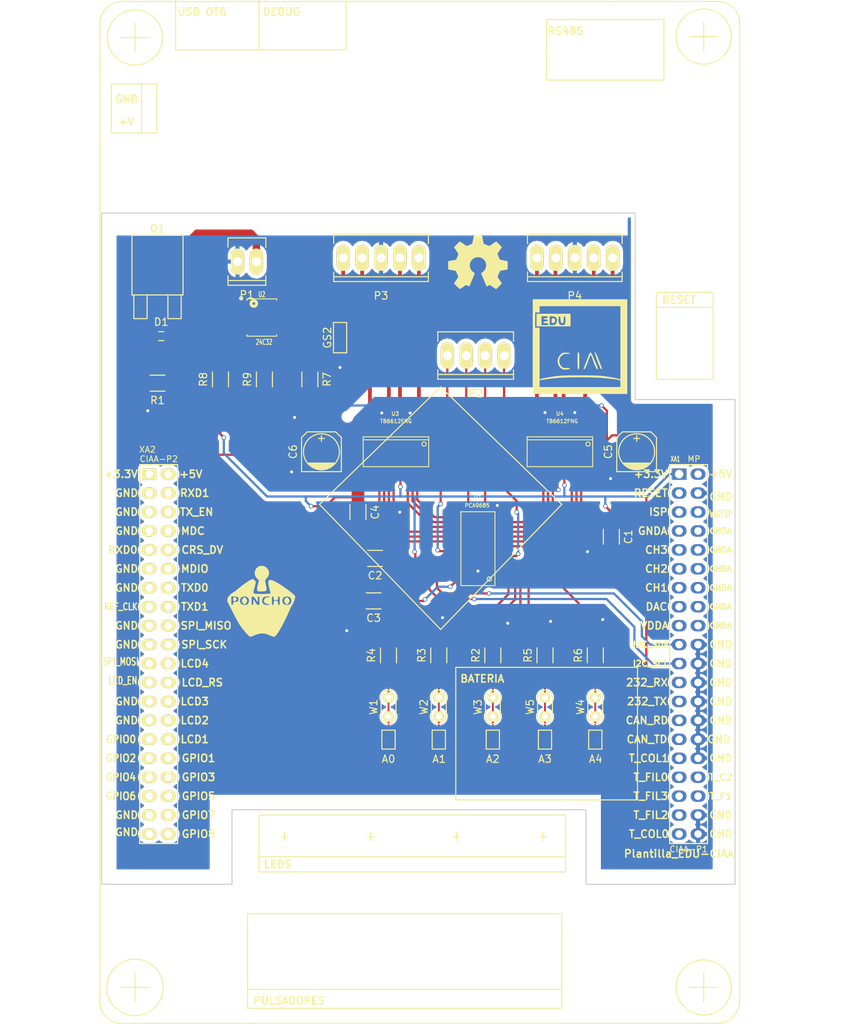
<source format=kicad_pcb>
(kicad_pcb (version 4) (host pcbnew 4.0.4+e1-6308~48~ubuntu15.10.1-stable)
  (title_block (title "Poncho punete H por i2C") (date 2016-12-21) (rev 1.2) (company "Martinez Horacio") (comment 1 "revisor: Evangelista Guillermo"))
  (layers (0 F.Cu signal) (31 B.Cu signal) (34 B.Paste user) (35 F.Paste user) (36 B.SilkS user) (37 F.SilkS user) (38 B.Mask user) (39 F.Mask user) (44 Edge.Cuts user))
  (net 0 "")
  (net 1 +3V3)
  (net 2 GND)
  (net 3 +12V)
  (net 4 "Net-(D1-Pad1)")
  (net 5 /A0)
  (net 6 "Net-(GS2-Pad2)")
  (net 7 /A1)
  (net 8 /A2)
  (net 9 /A4)
  (net 10 /A3)
  (net 11 "Net-(P1-Pad1)")
  (net 12 /LED0)
  (net 13 /LED1)
  (net 14 /LED14)
  (net 15 /LED15)
  (net 16 "Net-(P3-Pad1)")
  (net 17 "Net-(P3-Pad2)")
  (net 18 "Net-(P3-Pad4)")
  (net 19 "Net-(P3-Pad5)")
  (net 20 "Net-(P4-Pad1)")
  (net 21 "Net-(P4-Pad2)")
  (net 22 "Net-(P4-Pad4)")
  (net 23 "Net-(P4-Pad5)")
  (net 24 "Net-(R8-Pad2)")
  (net 25 "Net-(R9-Pad2)")
  (net 26 /LED2)
  (net 27 /LED3)
  (net 28 /LED4)
  (net 29 /LED11)
  (net 30 /LED12)
  (net 31 /LED13)
  (net 32 /LED5)
  (net 33 /LED6)
  (net 34 /LED10)
  (net 35 /SCL)
  (net 36 /LED7)
  (net 37 /LED9)
  (net 38 /SDA)
  (net 39 /LED8)
  (net 40 "Net-(XA1-Pad2)")
  (net 41 "Net-(XA1-Pad11)")
  (net 42 "Net-(XA1-Pad13)")
  (net 43 "Net-(XA1-Pad6)")
  (net 44 "Net-(XA1-Pad15)")
  (net 45 "Net-(XA1-Pad8)")
  (net 46 "Net-(XA1-Pad17)")
  (net 47 "Net-(XA1-Pad10)")
  (net 48 "Net-(XA1-Pad12)")
  (net 49 "Net-(XA1-Pad14)")
  (net 50 "Net-(XA1-Pad23)")
  (net 51 "Net-(XA1-Pad16)")
  (net 52 "Net-(XA1-Pad25)")
  (net 53 "Net-(XA1-Pad18)")
  (net 54 "Net-(XA1-Pad27)")
  (net 55 "Net-(XA1-Pad29)")
  (net 56 "Net-(XA1-Pad31)")
  (net 57 "Net-(XA1-Pad33)")
  (net 58 "Net-(XA1-Pad34)")
  (net 59 "Net-(XA1-Pad36)")
  (net 60 "Net-(XA1-Pad35)")
  (net 61 "Net-(XA1-Pad37)")
  (net 62 "Net-(XA1-Pad3)")
  (net 63 "Net-(XA1-Pad5)")
  (net 64 "Net-(XA1-Pad7)")
  (net 65 "Net-(XA1-Pad9)")
  (net 66 "Net-(XA1-Pad39)")
  (module footprint:Plantilla_EDU-CIAA (layer F.Cu) (at 140 90)
    (fp_text reference MP (at 2 -2.032) (layer F.SilkS) (effects (font (size 0.8 0.8) (thickness 0.12))))
    (fp_text value Plantilla_EDU-CIAA (at -0.03 50.9) (layer F.SilkS) (effects (font (size 1.016 1.016) (thickness 0.2032))))
    (fp_text user GND (at -74.168 -50.292) (layer F.SilkS) (effects (font (thickness 0.2))))
    (fp_text user +V (at -74.168 -47.244) (layer F.SilkS) (effects (font (thickness 0.2))))
    (fp_text user DEBUG (at -53.34 -61.976) (layer F.SilkS) (effects (font (thickness 0.2))))
    (fp_text user "USB OTG" (at -64.008 -61.976) (layer F.SilkS) (effects (font (thickness 0.2))))
    (fp_text user RS485 (at -15.24 -59.436) (layer F.SilkS) (effects (font (thickness 0.2))))
    (fp_text user RESET (at 0 -23.368) (layer F.SilkS) (effects (font (thickness 0.2))))
    (fp_text user BATERIA (at -26.416 27.432) (layer F.SilkS) (effects (font (thickness 0.2))))
    (fp_text user LEDS (at -53.848 52.324) (layer F.SilkS) (effects (font (thickness 0.2))))
    (fp_text user PULSADORES (at -52.324 70.612) (layer F.SilkS) (effects (font (thickness 0.2))))
  )
  (module tp_final:R_1206_HandSoldering (layer F.Cu) (at 78.45 77.3 90)
    (fp_text reference R8 (at 0 -2.3 90) (layer F.SilkS))
    (fp_text value 3,9K)
    (pad 1 smd rect (at -2 0 90) (size 2 1.7) (layers F.Cu F.Paste F.Mask) (net 1 +3V3))
    (pad 2 smd rect (at 2 0 90) (size 2 1.7) (layers F.Cu F.Paste F.Mask) (net 24 "Net-(R8-Pad2)"))
  )
  (module w_smd_dil:ssop-24 (layer F.Cu) (at 102 87 180)
    (fp_text reference U3 (at 0.1 5.1 360) (layer F.SilkS) (effects (font (size 0.50038 0.50038) (thickness 0.09906))))
    (fp_text value TB6612FNG (at 0 4.1 360) (layer F.SilkS) (effects (font (size 0.50038 0.50038) (thickness 0.09906))))
    (pad 6 smd rect (at -0.3175 2.69748 180) (size 0.34798 1.4986) (layers F.Cu F.Paste F.Mask) (net 17 "Net-(P3-Pad2)"))
    (pad 7 smd rect (at 0.3175 2.69748 180) (size 0.34798 1.4986) (layers F.Cu F.Paste F.Mask) (net 18 "Net-(P3-Pad4)"))
    (pad 8 smd rect (at 0.9525 2.69748 180) (size 0.34798 1.4986) (layers F.Cu F.Paste F.Mask) (net 18 "Net-(P3-Pad4)"))
    (pad 9 smd rect (at 1.5875 2.69748 180) (size 0.34798 1.4986) (layers F.Cu F.Paste F.Mask) (net 2 GND))
    (pad 22 smd rect (at -2.2225 -2.69748 180) (size 0.34798 1.4986) (layers F.Cu F.Paste F.Mask) (net 37 /LED9))
    (pad 3 smd rect (at -2.2225 2.69748 180) (size 0.34798 1.4986) (layers F.Cu F.Paste F.Mask) (net 2 GND))
    (pad 4 smd rect (at -1.5875 2.69748 180) (size 0.34798 1.4986) (layers F.Cu F.Paste F.Mask) (net 2 GND))
    (pad 5 smd rect (at -0.9525 2.69748 180) (size 0.34798 1.4986) (layers F.Cu F.Paste F.Mask) (net 17 "Net-(P3-Pad2)"))
    (pad 15 smd rect (at 2.2225 -2.69748 180) (size 0.34798 1.4986) (layers F.Cu F.Paste F.Mask) (net 31 /LED13))
    (pad 16 smd rect (at 1.5875 -2.69748 180) (size 0.34798 1.4986) (layers F.Cu F.Paste F.Mask) (net 30 /LED12))
    (pad 17 smd rect (at 0.9525 -2.69748 180) (size 0.34798 1.4986) (layers F.Cu F.Paste F.Mask) (net 29 /LED11))
    (pad 18 smd rect (at 0.3175 -2.69748 180) (size 0.34798 1.4986) (layers F.Cu F.Paste F.Mask) (net 2 GND))
    (pad 19 smd rect (at -0.3175 -2.69748 180) (size 0.34798 1.4986) (layers F.Cu F.Paste F.Mask) (net 1 +3V3))
    (pad 20 smd rect (at -0.9525 -2.69748 180) (size 0.34798 1.4986) (layers F.Cu F.Paste F.Mask) (net 1 +3V3))
    (pad 10 smd rect (at 2.2225 2.69748 180) (size 0.34798 1.4986) (layers F.Cu F.Paste F.Mask) (net 2 GND))
    (pad 21 smd rect (at -1.5875 -2.69748 180) (size 0.34798 1.4986) (layers F.Cu F.Paste F.Mask) (net 34 /LED10))
    (pad 2 smd rect (at -2.8575 2.69748 180) (size 0.34798 1.4986) (layers F.Cu F.Paste F.Mask) (net 16 "Net-(P3-Pad1)"))
    (pad 11 smd rect (at 2.8575 2.69748 180) (size 0.34798 1.4986) (layers F.Cu F.Paste F.Mask) (net 19 "Net-(P3-Pad5)"))
    (pad 14 smd rect (at 2.8575 -2.69748 180) (size 0.34798 1.4986) (layers F.Cu F.Paste F.Mask) (net 3 +12V))
    (pad 23 smd rect (at -2.8575 -2.69748 180) (size 0.34798 1.4986) (layers F.Cu F.Paste F.Mask) (net 39 /LED8))
    (pad 1 smd rect (at -3.4925 2.69748 180) (size 0.34798 1.4986) (layers F.Cu F.Paste F.Mask) (net 16 "Net-(P3-Pad1)"))
    (pad 12 smd rect (at 3.4925 2.69748 180) (size 0.34798 1.4986) (layers F.Cu F.Paste F.Mask) (net 19 "Net-(P3-Pad5)"))
    (pad 13 smd rect (at 3.4925 -2.69748 180) (size 0.34798 1.4986) (layers F.Cu F.Paste F.Mask) (net 3 +12V))
    (pad 24 smd rect (at -3.4925 -2.69748 180) (size 0.34798 1.4986) (layers F.Cu F.Paste F.Mask) (net 3 +12V))
  )
  (module tp_final:SOIC-8 (layer F.Cu) (at 84 69)
    (fp_text reference U2 (at 0 -3.1) (layer F.SilkS) (effects (font (size 0.7112 0.4572) (thickness 0.1143))))
    (fp_text value 24C32 (at 0.3 3.3) (layer F.SilkS) (effects (font (size 0.7112 0.4572) (thickness 0.1143))))
    (pad 1 smd rect (at -2.7 -1.905 270) (size 0.6 1.52) (layers F.Cu F.Paste F.Mask) (net 2 GND))
    (pad 2 smd rect (at -2.7 -0.635 270) (size 0.6 1.52) (layers F.Cu F.Paste F.Mask) (net 2 GND))
    (pad 3 smd rect (at -2.7 0.635 270) (size 0.6 1.52) (layers F.Cu F.Paste F.Mask) (net 2 GND))
    (pad 4 smd rect (at -2.7 1.905 270) (size 0.6 1.52) (layers F.Cu F.Paste F.Mask) (net 2 GND))
    (pad 5 smd rect (at 2.7 1.905 270) (size 0.6 1.52) (layers F.Cu F.Paste F.Mask) (net 24 "Net-(R8-Pad2)"))
    (pad 6 smd rect (at 2.7 0.635 270) (size 0.6 1.52) (layers F.Cu F.Paste F.Mask) (net 25 "Net-(R9-Pad2)"))
    (pad 7 smd rect (at 2.7 -0.635 270) (size 0.6 1.52) (layers F.Cu F.Paste F.Mask) (net 6 "Net-(GS2-Pad2)"))
    (pad 8 smd rect (at 2.7 -1.905 270) (size 0.6 1.52) (layers F.Cu F.Paste F.Mask) (net 1 +3V3))
  )
  (module tp_final:R_1206_HandSoldering (layer F.Cu) (at 130.9 98.4 270)
    (fp_text reference C1 (at 0 -2.3 270) (layer F.SilkS))
    (fp_text value 10uf)
    (pad 1 smd rect (at -2 0 270) (size 2 1.7) (layers F.Cu F.Paste F.Mask) (net 1 +3V3))
    (pad 2 smd rect (at 2 0 270) (size 2 1.7) (layers F.Cu F.Paste F.Mask) (net 2 GND))
  )
  (module tp_final:R_1206_HandSoldering (layer F.Cu) (at 99.2 101.3 180)
    (fp_text reference C2 (at 0 -2.3 180) (layer F.SilkS))
    (fp_text value 0,1uf)
    (pad 1 smd rect (at -2 0 180) (size 2 1.7) (layers F.Cu F.Paste F.Mask) (net 1 +3V3))
    (pad 2 smd rect (at 2 0 180) (size 2 1.7) (layers F.Cu F.Paste F.Mask) (net 2 GND))
  )
  (module tp_final:R_1206_HandSoldering (layer F.Cu) (at 99 107 180)
    (fp_text reference C3 (at 0 -2.3 180) (layer F.SilkS))
    (fp_text value 0,1uf)
    (pad 1 smd rect (at -2 0 180) (size 2 1.7) (layers F.Cu F.Paste F.Mask) (net 1 +3V3))
    (pad 2 smd rect (at 2 0 180) (size 2 1.7) (layers F.Cu F.Paste F.Mask) (net 2 GND))
  )
  (module tp_final:R_1206_HandSoldering (layer F.Cu) (at 96.9 95.1 270)
    (fp_text reference C4 (at 0 -2.3 270) (layer F.SilkS))
    (fp_text value 10uf)
    (pad 1 smd rect (at -2 0 270) (size 2 1.7) (layers F.Cu F.Paste F.Mask) (net 1 +3V3))
    (pad 2 smd rect (at 2 0 270) (size 2 1.7) (layers F.Cu F.Paste F.Mask) (net 2 GND))
  )
  (module tp_final:C_0603_HandSoldering (layer F.Cu) (at 70.5 71.5)
    (fp_text reference D1 (at 0 -1.9) (layer F.SilkS))
    (fp_text value Green)
    (pad 1 smd rect (at -0.95 0) (size 1.2 0.75) (layers F.Cu F.Paste F.Mask) (net 4 "Net-(D1-Pad1)"))
    (pad 2 smd rect (at 0.95 0) (size 1.2 0.75) (layers F.Cu F.Paste F.Mask) (net 3 +12V))
  )
  (module Connect:GS2 (layer F.Cu) (at 101 125.6)
    (fp_text reference A0 (at 0 2.6) (layer F.SilkS))
    (fp_text value GS2)
    (pad 1 smd rect (at 0 -0.635) (size 1.27 0.9652) (layers F.Cu F.Paste F.Mask) (net 5 /A0))
    (pad 2 smd rect (at 0 0.635) (size 1.27 0.9652) (layers F.Cu F.Paste F.Mask) (net 1 +3V3))
  )
  (module GS4:GS4 (layer F.Cu) (at 94.5 71.7 180)
    (fp_text reference GS2 (at 1.7018 0 270) (layer F.SilkS))
    (fp_text value GS4)
    (pad 1 smd trapezoid (at 0 -1.016 180) (size 1.4 1.7) (layers F.Cu F.Paste F.Mask) (net 2 GND))
    (pad 2 smd trapezoid (at 0 1.016 180) (size 1.4 1.7) (layers F.Cu F.Paste F.Mask) (net 6 "Net-(GS2-Pad2)"))
  )
  (module Connect:GS2 (layer F.Cu) (at 107.75 125.6)
    (fp_text reference A1 (at 0.05 2.6) (layer F.SilkS))
    (fp_text value GS2)
    (pad 1 smd rect (at 0 -0.635) (size 1.27 0.9652) (layers F.Cu F.Paste F.Mask) (net 7 /A1))
    (pad 2 smd rect (at 0 0.635) (size 1.27 0.9652) (layers F.Cu F.Paste F.Mask) (net 1 +3V3))
  )
  (module Connect:GS2 (layer F.Cu) (at 115 125.6)
    (fp_text reference A2 (at 0 2.6) (layer F.SilkS))
    (fp_text value GS2)
    (pad 1 smd rect (at 0 -0.635) (size 1.27 0.9652) (layers F.Cu F.Paste F.Mask) (net 8 /A2))
    (pad 2 smd rect (at 0 0.635) (size 1.27 0.9652) (layers F.Cu F.Paste F.Mask) (net 1 +3V3))
  )
  (module Connect:GS2 (layer F.Cu) (at 128.75 125.6)
    (fp_text reference A4 (at 0.05 2.6) (layer F.SilkS))
    (fp_text value GS2)
    (pad 1 smd rect (at 0 -0.635) (size 1.27 0.9652) (layers F.Cu F.Paste F.Mask) (net 9 /A4))
    (pad 2 smd rect (at 0 0.635) (size 1.27 0.9652) (layers F.Cu F.Paste F.Mask) (net 1 +3V3))
  )
  (module Connect:GS2 (layer F.Cu) (at 122 125.6)
    (fp_text reference A3 (at 0 2.6) (layer F.SilkS))
    (fp_text value GS2)
    (pad 1 smd rect (at 0 -0.635) (size 1.27 0.9652) (layers F.Cu F.Paste F.Mask) (net 10 /A3))
    (pad 2 smd rect (at 0 0.635) (size 1.27 0.9652) (layers F.Cu F.Paste F.Mask) (net 1 +3V3))
  )
  (module Sockets_MOLEX_KK-System:Socket_MOLEX-KK-RM2-54mm_Lock_2pin_straight (layer F.Cu) (at 82 61.5 180)
    (fp_text reference P1 (at 0 -4.445 180) (layer F.SilkS))
    (fp_text value CONN_01X02)
    (pad 1 thru_hole oval (at -1.27 0 180) (size 1.80086 3.50012) (drill 1.19888) (layers *.Cu *.Mask F.SilkS) (net 11 "Net-(P1-Pad1)"))
    (pad 2 thru_hole oval (at 1.27 0 180) (size 1.80086 3.50012) (drill 1.19888) (layers *.Cu *.Mask F.SilkS) (net 2 GND))
  )
  (module Sockets_MOLEX_KK-System:Socket_MOLEX-KK-RM2-54mm_Lock_4pin_straight (layer F.Cu) (at 112.7 74.1 180)
    (fp_text reference P2 (at 0 -5.08 180) (layer F.SilkS))
    (fp_text value CONN_01X04)
    (pad 1 thru_hole oval (at -3.81 0 180) (size 1.80086 3.50012) (drill 1.19888) (layers *.Cu *.Mask F.SilkS) (net 12 /LED0))
    (pad 2 thru_hole oval (at -1.27 0 180) (size 1.80086 3.50012) (drill 1.19888) (layers *.Cu *.Mask F.SilkS) (net 13 /LED1))
    (pad 3 thru_hole oval (at 1.27 0 180) (size 1.80086 3.50012) (drill 1.19888) (layers *.Cu *.Mask F.SilkS) (net 14 /LED14))
    (pad 4 thru_hole oval (at 3.81 0 180) (size 1.80086 3.50012) (drill 1.19888) (layers *.Cu *.Mask F.SilkS) (net 15 /LED15))
  )
  (module Sockets_MOLEX_KK-System:Socket_MOLEX-KK-RM2-54mm_Lock_5pin_straight (layer F.Cu) (at 100 61 180)
    (fp_text reference P3 (at 0 -5.08 180) (layer F.SilkS))
    (fp_text value CONN_01X05)
    (pad 1 thru_hole oval (at -5.08 0 180) (size 1.80086 3.50012) (drill 1.19888) (layers *.Cu *.Mask F.SilkS) (net 16 "Net-(P3-Pad1)"))
    (pad 2 thru_hole oval (at -2.54 0 180) (size 1.80086 3.50012) (drill 1.19888) (layers *.Cu *.Mask F.SilkS) (net 17 "Net-(P3-Pad2)"))
    (pad 3 thru_hole oval (at 0 0 180) (size 1.80086 3.50012) (drill 1.19888) (layers *.Cu *.Mask F.SilkS) (net 2 GND))
    (pad 4 thru_hole oval (at 2.54 0 180) (size 1.80086 3.50012) (drill 1.19888) (layers *.Cu *.Mask F.SilkS) (net 18 "Net-(P3-Pad4)"))
    (pad 5 thru_hole oval (at 5.08 0 180) (size 1.80086 3.50012) (drill 1.19888) (layers *.Cu *.Mask F.SilkS) (net 19 "Net-(P3-Pad5)"))
  )
  (module Sockets_MOLEX_KK-System:Socket_MOLEX-KK-RM2-54mm_Lock_5pin_straight (layer F.Cu) (at 126 61 180)
    (fp_text reference P4 (at 0 -5.08 180) (layer F.SilkS))
    (fp_text value CONN_01X05)
    (pad 1 thru_hole oval (at -5.08 0 180) (size 1.80086 3.50012) (drill 1.19888) (layers *.Cu *.Mask F.SilkS) (net 20 "Net-(P4-Pad1)"))
    (pad 2 thru_hole oval (at -2.54 0 180) (size 1.80086 3.50012) (drill 1.19888) (layers *.Cu *.Mask F.SilkS) (net 21 "Net-(P4-Pad2)"))
    (pad 3 thru_hole oval (at 0 0 180) (size 1.80086 3.50012) (drill 1.19888) (layers *.Cu *.Mask F.SilkS) (net 2 GND))
    (pad 4 thru_hole oval (at 2.54 0 180) (size 1.80086 3.50012) (drill 1.19888) (layers *.Cu *.Mask F.SilkS) (net 22 "Net-(P4-Pad4)"))
    (pad 5 thru_hole oval (at 5.08 0 180) (size 1.80086 3.50012) (drill 1.19888) (layers *.Cu *.Mask F.SilkS) (net 23 "Net-(P4-Pad5)"))
  )
  (module TO_SOT_Packages_SMD:TO-252-2Lead (layer F.Cu) (at 70 67.5)
    (fp_text reference Q1 (at 0 -10.414) (layer F.SilkS))
    (fp_text value AOD417)
    (pad 1 smd rect (at -2.286 0) (size 1.651 3.048) (layers F.Cu F.Paste F.Mask) (net 2 GND))
    (pad 2 smd rect (at 0 -6.35) (size 6.096 6.096) (layers F.Cu F.Paste F.Mask) (net 11 "Net-(P1-Pad1)"))
    (pad 3 smd rect (at 2.286 0) (size 1.651 3.048) (layers F.Cu F.Paste F.Mask) (net 3 +12V))
  )
  (module tp_final:R_1206_HandSoldering (layer F.Cu) (at 70 77.8 180)
    (fp_text reference R1 (at 0 -2.3 180) (layer F.SilkS))
    (fp_text value 1K)
    (pad 1 smd rect (at -2 0 180) (size 2 1.7) (layers F.Cu F.Paste F.Mask) (net 4 "Net-(D1-Pad1)"))
    (pad 2 smd rect (at 2 0 180) (size 2 1.7) (layers F.Cu F.Paste F.Mask) (net 2 GND))
  )
  (module tp_final:R_1206_HandSoldering (layer F.Cu) (at 115 114.3 90)
    (fp_text reference R2 (at 0 -2.3 90) (layer F.SilkS))
    (fp_text value 10K)
    (pad 1 smd rect (at -2 0 90) (size 2 1.7) (layers F.Cu F.Paste F.Mask) (net 8 /A2))
    (pad 2 smd rect (at 2 0 90) (size 2 1.7) (layers F.Cu F.Paste F.Mask) (net 2 GND))
  )
  (module tp_final:R_1206_HandSoldering (layer F.Cu) (at 107.75 114.3 90)
    (fp_text reference R3 (at 0 -2.3 90) (layer F.SilkS))
    (fp_text value 10K)
    (pad 1 smd rect (at -2 0 90) (size 2 1.7) (layers F.Cu F.Paste F.Mask) (net 7 /A1))
    (pad 2 smd rect (at 2 0 90) (size 2 1.7) (layers F.Cu F.Paste F.Mask) (net 2 GND))
  )
  (module tp_final:R_1206_HandSoldering (layer F.Cu) (at 101 114.3 90)
    (fp_text reference R4 (at 0 -2.3 90) (layer F.SilkS))
    (fp_text value 10K)
    (pad 1 smd rect (at -2 0 90) (size 2 1.7) (layers F.Cu F.Paste F.Mask) (net 5 /A0))
    (pad 2 smd rect (at 2 0 90) (size 2 1.7) (layers F.Cu F.Paste F.Mask) (net 2 GND))
  )
  (module tp_final:R_1206_HandSoldering (layer F.Cu) (at 122 114.3 90)
    (fp_text reference R5 (at 0 -2.3 90) (layer F.SilkS))
    (fp_text value 10K)
    (pad 1 smd rect (at -2 0 90) (size 2 1.7) (layers F.Cu F.Paste F.Mask) (net 10 /A3))
    (pad 2 smd rect (at 2 0 90) (size 2 1.7) (layers F.Cu F.Paste F.Mask) (net 2 GND))
  )
  (module tp_final:R_1206_HandSoldering (layer F.Cu) (at 128.75 114.3 90)
    (fp_text reference R6 (at 0 -2.3 90) (layer F.SilkS))
    (fp_text value 10K)
    (pad 1 smd rect (at -2 0 90) (size 2 1.7) (layers F.Cu F.Paste F.Mask) (net 9 /A4))
    (pad 2 smd rect (at 2 0 90) (size 2 1.7) (layers F.Cu F.Paste F.Mask) (net 2 GND))
  )
  (module tp_final:R_1206_HandSoldering (layer F.Cu) (at 90.45 77.3 270)
    (fp_text reference R7 (at 0 -2.3 270) (layer F.SilkS))
    (fp_text value 3,9K)
    (pad 1 smd rect (at -2 0 270) (size 2 1.7) (layers F.Cu F.Paste F.Mask) (net 6 "Net-(GS2-Pad2)"))
    (pad 2 smd rect (at 2 0 270) (size 2 1.7) (layers F.Cu F.Paste F.Mask) (net 1 +3V3))
  )
  (module tp_final:R_1206_HandSoldering (layer F.Cu) (at 84.35 77.3 90)
    (fp_text reference R9 (at 0 -2.3 90) (layer F.SilkS))
    (fp_text value 3,9K)
    (pad 1 smd rect (at -2 0 90) (size 2 1.7) (layers F.Cu F.Paste F.Mask) (net 1 +3V3))
    (pad 2 smd rect (at 2 0 90) (size 2 1.7) (layers F.Cu F.Paste F.Mask) (net 25 "Net-(R9-Pad2)"))
  )
  (module w_smd_dil:tssop-28 (layer F.Cu) (at 113 100 90)
    (fp_text reference U1 (at 7 0 180) (layer F.SilkS) (effects (font (size 0.50038 0.50038) (thickness 0.09906))))
    (fp_text value PCA9685 (at 5.8 -0.1 180) (layer F.SilkS) (effects (font (size 0.50038 0.50038) (thickness 0.09906))))
    (pad 7 smd rect (at -0.32512 2.79908 90) (size 0.4191 1.47066) (layers F.Cu F.Paste F.Mask) (net 13 /LED1))
    (pad 8 smd rect (at 0.32512 2.79908 90) (size 0.4191 1.47066) (layers F.Cu F.Paste F.Mask) (net 26 /LED2))
    (pad 9 smd rect (at 0.97536 2.79908 90) (size 0.4191 1.47066) (layers F.Cu F.Paste F.Mask) (net 27 /LED3))
    (pad 10 smd rect (at 1.6256 2.79908 90) (size 0.4191 1.47066) (layers F.Cu F.Paste F.Mask) (net 28 /LED4))
    (pad 25 smd rect (at -2.26568 -2.794 90) (size 0.4191 1.47066) (layers F.Cu F.Paste F.Mask) (net 2 GND))
    (pad 4 smd rect (at -2.27584 2.79908 90) (size 0.4191 1.47066) (layers F.Cu F.Paste F.Mask) (net 10 /A3))
    (pad 5 smd rect (at -1.6256 2.79908 90) (size 0.4191 1.47066) (layers F.Cu F.Paste F.Mask) (net 9 /A4))
    (pad 6 smd rect (at -0.97536 2.79908 90) (size 0.4191 1.47066) (layers F.Cu F.Paste F.Mask) (net 12 /LED0))
    (pad 18 smd rect (at 2.27584 -2.79908 90) (size 0.4191 1.47066) (layers F.Cu F.Paste F.Mask) (net 29 /LED11))
    (pad 19 smd rect (at 1.6256 -2.79908 90) (size 0.4191 1.47066) (layers F.Cu F.Paste F.Mask) (net 30 /LED12))
    (pad 20 smd rect (at 0.97536 -2.79908 90) (size 0.4191 1.47066) (layers F.Cu F.Paste F.Mask) (net 31 /LED13))
    (pad 21 smd rect (at 0.32512 -2.79908 90) (size 0.4191 1.47066) (layers F.Cu F.Paste F.Mask) (net 14 /LED14))
    (pad 22 smd rect (at -0.32512 -2.79908 90) (size 0.4191 1.47066) (layers F.Cu F.Paste F.Mask) (net 15 /LED15))
    (pad 23 smd rect (at -0.97536 -2.79908 90) (size 0.4191 1.47066) (layers F.Cu F.Paste F.Mask) (net 2 GND))
    (pad 11 smd rect (at 2.27584 2.79908 90) (size 0.4191 1.47066) (layers F.Cu F.Paste F.Mask) (net 32 /LED5))
    (pad 24 smd rect (at -1.6256 -2.794 90) (size 0.4191 1.47066) (layers F.Cu F.Paste F.Mask) (net 1 +3V3))
    (pad 3 smd rect (at -2.92608 2.79908 90) (size 0.4191 1.47066) (layers F.Cu F.Paste F.Mask) (net 8 /A2))
    (pad 12 smd rect (at 2.92608 2.79908 90) (size 0.4191 1.47066) (layers F.Cu F.Paste F.Mask) (net 33 /LED6))
    (pad 17 smd rect (at 2.92608 -2.79908 90) (size 0.4191 1.47066) (layers F.Cu F.Paste F.Mask) (net 34 /LED10))
    (pad 26 smd rect (at -2.92608 -2.79908 90) (size 0.4191 1.47066) (layers F.Cu F.Paste F.Mask) (net 35 /SCL))
    (pad 2 smd rect (at -3.57378 2.79908 90) (size 0.4191 1.47066) (layers F.Cu F.Paste F.Mask) (net 7 /A1))
    (pad 13 smd rect (at 3.57378 2.79908 90) (size 0.4191 1.47066) (layers F.Cu F.Paste F.Mask) (net 36 /LED7))
    (pad 16 smd rect (at 3.57378 -2.79908 90) (size 0.4191 1.47066) (layers F.Cu F.Paste F.Mask) (net 37 /LED9))
    (pad 27 smd rect (at -3.57378 -2.79908 90) (size 0.4191 1.47066) (layers F.Cu F.Paste F.Mask) (net 38 /SDA))
    (pad 1 smd rect (at -4.22402 2.79908 90) (size 0.4191 1.47066) (layers F.Cu F.Paste F.Mask) (net 5 /A0))
    (pad 14 smd rect (at 4.22402 2.79908 90) (size 0.4191 1.47066) (layers F.Cu F.Paste F.Mask) (net 2 GND))
    (pad 15 smd rect (at 4.22402 -2.79908 90) (size 0.4191 1.47066) (layers F.Cu F.Paste F.Mask) (net 39 /LED8))
    (pad 28 smd rect (at -4.22402 -2.79908 90) (size 0.4191 1.47066) (layers F.Cu F.Paste F.Mask) (net 1 +3V3))
  )
  (module w_smd_dil:ssop-24 (layer F.Cu) (at 124 87 180)
    (fp_text reference U4 (at 0 5.1 180) (layer F.SilkS) (effects (font (size 0.50038 0.50038) (thickness 0.09906))))
    (fp_text value TB6612FNG (at -0.3 4.1 180) (layer F.SilkS) (effects (font (size 0.50038 0.50038) (thickness 0.09906))))
    (pad 6 smd rect (at -0.3175 2.69748 180) (size 0.34798 1.4986) (layers F.Cu F.Paste F.Mask) (net 21 "Net-(P4-Pad2)"))
    (pad 7 smd rect (at 0.3175 2.69748 180) (size 0.34798 1.4986) (layers F.Cu F.Paste F.Mask) (net 22 "Net-(P4-Pad4)"))
    (pad 8 smd rect (at 0.9525 2.69748 180) (size 0.34798 1.4986) (layers F.Cu F.Paste F.Mask) (net 22 "Net-(P4-Pad4)"))
    (pad 9 smd rect (at 1.5875 2.69748 180) (size 0.34798 1.4986) (layers F.Cu F.Paste F.Mask) (net 2 GND))
    (pad 22 smd rect (at -2.2225 -2.69748 180) (size 0.34798 1.4986) (layers F.Cu F.Paste F.Mask) (net 27 /LED3))
    (pad 3 smd rect (at -2.2225 2.69748 180) (size 0.34798 1.4986) (layers F.Cu F.Paste F.Mask) (net 2 GND))
    (pad 4 smd rect (at -1.5875 2.69748 180) (size 0.34798 1.4986) (layers F.Cu F.Paste F.Mask) (net 2 GND))
    (pad 5 smd rect (at -0.9525 2.69748 180) (size 0.34798 1.4986) (layers F.Cu F.Paste F.Mask) (net 21 "Net-(P4-Pad2)"))
    (pad 15 smd rect (at 2.2225 -2.69748 180) (size 0.34798 1.4986) (layers F.Cu F.Paste F.Mask) (net 36 /LED7))
    (pad 16 smd rect (at 1.5875 -2.69748 180) (size 0.34798 1.4986) (layers F.Cu F.Paste F.Mask) (net 33 /LED6))
    (pad 17 smd rect (at 0.9525 -2.69748 180) (size 0.34798 1.4986) (layers F.Cu F.Paste F.Mask) (net 32 /LED5))
    (pad 18 smd rect (at 0.3175 -2.69748 180) (size 0.34798 1.4986) (layers F.Cu F.Paste F.Mask) (net 2 GND))
    (pad 19 smd rect (at -0.3175 -2.69748 180) (size 0.34798 1.4986) (layers F.Cu F.Paste F.Mask) (net 1 +3V3))
    (pad 20 smd rect (at -0.9525 -2.69748 180) (size 0.34798 1.4986) (layers F.Cu F.Paste F.Mask) (net 1 +3V3))
    (pad 10 smd rect (at 2.2225 2.69748 180) (size 0.34798 1.4986) (layers F.Cu F.Paste F.Mask) (net 2 GND))
    (pad 21 smd rect (at -1.5875 -2.69748 180) (size 0.34798 1.4986) (layers F.Cu F.Paste F.Mask) (net 28 /LED4))
    (pad 2 smd rect (at -2.8575 2.69748 180) (size 0.34798 1.4986) (layers F.Cu F.Paste F.Mask) (net 20 "Net-(P4-Pad1)"))
    (pad 11 smd rect (at 2.8575 2.69748 180) (size 0.34798 1.4986) (layers F.Cu F.Paste F.Mask) (net 23 "Net-(P4-Pad5)"))
    (pad 14 smd rect (at 2.8575 -2.69748 180) (size 0.34798 1.4986) (layers F.Cu F.Paste F.Mask) (net 3 +12V))
    (pad 23 smd rect (at -2.8575 -2.69748 180) (size 0.34798 1.4986) (layers F.Cu F.Paste F.Mask) (net 26 /LED2))
    (pad 1 smd rect (at -3.4925 2.69748 180) (size 0.34798 1.4986) (layers F.Cu F.Paste F.Mask) (net 20 "Net-(P4-Pad1)"))
    (pad 12 smd rect (at 3.4925 2.69748 180) (size 0.34798 1.4986) (layers F.Cu F.Paste F.Mask) (net 23 "Net-(P4-Pad5)"))
    (pad 13 smd rect (at 3.4925 -2.69748 180) (size 0.34798 1.4986) (layers F.Cu F.Paste F.Mask) (net 3 +12V))
    (pad 24 smd rect (at -3.4925 -2.69748 180) (size 0.34798 1.4986) (layers F.Cu F.Paste F.Mask) (net 3 +12V))
  )
  (module Measurement_Points:Test_Point (layer F.Cu) (at 101 122.5 90)
    (fp_text reference W1 (at 1.27 -2 90) (layer F.SilkS))
    (fp_text value TEST_1P)
    (pad 1 thru_hole circle (at 0 0 90) (size 1.4 1.4) (drill 0.8128) (layers *.Cu *.Mask F.SilkS) (net 5 /A0))
    (pad 1 thru_hole circle (at 2.54 0 90) (size 1.4 1.4) (drill 0.8128) (layers *.Cu *.Mask F.SilkS) (net 5 /A0))
  )
  (module Measurement_Points:Test_Point (layer F.Cu) (at 107.75 122.5 90)
    (fp_text reference W2 (at 1.27 -2 90) (layer F.SilkS))
    (fp_text value TEST_1P)
    (pad 1 thru_hole circle (at 0 0 90) (size 1.4 1.4) (drill 0.8128) (layers *.Cu *.Mask F.SilkS) (net 7 /A1))
    (pad 1 thru_hole circle (at 2.54 0 90) (size 1.4 1.4) (drill 0.8128) (layers *.Cu *.Mask F.SilkS) (net 7 /A1))
  )
  (module Measurement_Points:Test_Point (layer F.Cu) (at 115 122.5 90)
    (fp_text reference W3 (at 1.27 -2 90) (layer F.SilkS))
    (fp_text value TEST_1P)
    (pad 1 thru_hole circle (at 0 0 90) (size 1.4 1.4) (drill 0.8128) (layers *.Cu *.Mask F.SilkS) (net 8 /A2))
    (pad 1 thru_hole circle (at 2.54 0 90) (size 1.4 1.4) (drill 0.8128) (layers *.Cu *.Mask F.SilkS) (net 8 /A2))
  )
  (module Measurement_Points:Test_Point (layer F.Cu) (at 128.75 122.5 90)
    (fp_text reference W4 (at 1.27 -2 90) (layer F.SilkS))
    (fp_text value TEST_1P)
    (pad 1 thru_hole circle (at 0 0 90) (size 1.4 1.4) (drill 0.8128) (layers *.Cu *.Mask F.SilkS) (net 9 /A4))
    (pad 1 thru_hole circle (at 2.54 0 90) (size 1.4 1.4) (drill 0.8128) (layers *.Cu *.Mask F.SilkS) (net 9 /A4))
  )
  (module Measurement_Points:Test_Point (layer F.Cu) (at 122 122.5 90)
    (fp_text reference W5 (at 1.27 -2 90) (layer F.SilkS))
    (fp_text value TEST_1P)
    (pad 1 thru_hole circle (at 0 0 90) (size 1.4 1.4) (drill 0.8128) (layers *.Cu *.Mask F.SilkS) (net 10 /A3))
    (pad 1 thru_hole circle (at 2.54 0 90) (size 1.4 1.4) (drill 0.8128) (layers *.Cu *.Mask F.SilkS) (net 10 /A3))
  )
  (module tp_final:Conn_Poncho_Derecha (layer F.Cu) (at 140 90)
    (fp_text reference XA1 (at -0.508 -2.032) (layer F.SilkS) (effects (font (size 0.7112 0.4572) (thickness 0.1143))))
    (fp_text value Conn_Poncho2P_2x_20x2 hide)
    (fp_text user GND (at 5.588 48.26) (layer F.SilkS) (effects (font (thickness 0.2))))
    (fp_text user GND (at 5.588 45.72) (layer F.SilkS) (effects (font (thickness 0.2))))
    (fp_text user T_F1 (at 5.588 43.18) (layer F.SilkS) (effects (font (size 0.9 0.9) (thickness 0.18))))
    (fp_text user T_C2 (at 5.588 40.64) (layer F.SilkS) (effects (font (size 0.9 0.9) (thickness 0.18))))
    (fp_text user GND (at 5.588 38.1) (layer F.SilkS) (effects (font (thickness 0.2))))
    (fp_text user GND (at 5.334 35.56) (layer F.SilkS) (effects (font (thickness 0.2))))
    (fp_text user GND (at 5.588 33.02) (layer F.SilkS) (effects (font (thickness 0.2))))
    (fp_text user GND (at 5.588 30.48) (layer F.SilkS) (effects (font (thickness 0.2))))
    (fp_text user GND (at 5.588 27.94) (layer F.SilkS) (effects (font (thickness 0.2))))
    (fp_text user GND (at 5.588 25.4) (layer F.SilkS) (effects (font (thickness 0.2))))
    (fp_text user GND (at 5.588 22.86) (layer F.SilkS) (effects (font (thickness 0.2))))
    (fp_text user GNDA (at 5.588 20.32) (layer F.SilkS) (effects (font (size 0.76 0.76) (thickness 0.19))))
    (fp_text user GNDA (at 5.588 17.78) (layer F.SilkS) (effects (font (size 0.76 0.76) (thickness 0.19))))
    (fp_text user GNDA (at 5.588 15.24) (layer F.SilkS) (effects (font (size 0.76 0.76) (thickness 0.19))))
    (fp_text user GNDA (at 5.588 12.7) (layer F.SilkS) (effects (font (size 0.76 0.76) (thickness 0.19))))
    (fp_text user GNDA (at 5.588 10.16) (layer F.SilkS) (effects (font (size 0.76 0.76) (thickness 0.19))))
    (fp_text user GNDA (at 5.588 7.62) (layer F.SilkS) (effects (font (size 0.76 0.76) (thickness 0.19))))
    (fp_text user WAKEUP (at 5.588 5.334) (layer F.SilkS) (effects (font (size 1 0.5) (thickness 0.125))))
    (fp_text user GND (at 5.588 3.048) (layer F.SilkS) (effects (font (thickness 0.2))))
    (fp_text user +5V (at 5.588 0) (layer F.SilkS) (effects (font (thickness 0.2))))
    (fp_text user T_COL0 (at -4.064 48.26) (layer F.SilkS) (effects (font (thickness 0.2))))
    (fp_text user T_FIL2 (at -3.81 45.72) (layer F.SilkS) (effects (font (thickness 0.2))))
    (fp_text user T_FIL3 (at -3.81 43.18) (layer F.SilkS) (effects (font (thickness 0.2))))
    (fp_text user T_FIL0 (at -3.81 40.64) (layer F.SilkS) (effects (font (thickness 0.2))))
    (fp_text user T_COL1 (at -4.064 38.1) (layer F.SilkS) (effects (font (thickness 0.2))))
    (fp_text user CAN_TD (at -4.318 35.56) (layer F.SilkS) (effects (font (thickness 0.2))))
    (fp_text user CAN_RD (at -4.318 33.02) (layer F.SilkS) (effects (font (thickness 0.2))))
    (fp_text user 232_TX (at -4.318 30.48) (layer F.SilkS) (effects (font (thickness 0.2))))
    (fp_text user 232_RX (at -4.318 27.94) (layer F.SilkS) (effects (font (thickness 0.2))))
    (fp_text user I2C_SCL (at -3.81 25.4) (layer F.SilkS) (effects (font (size 0.8 0.8) (thickness 0.2))))
    (fp_text user I2C_SDA (at -3.81 22.86) (layer F.SilkS) (effects (font (size 0.8 0.8) (thickness 0.2))))
    (fp_text user VDDA (at -3.302 20.32) (layer F.SilkS) (effects (font (thickness 0.2))))
    (fp_text user DAC (at -3.048 17.78) (layer F.SilkS) (effects (font (thickness 0.2))))
    (fp_text user CH1 (at -3.048 15.24) (layer F.SilkS) (effects (font (thickness 0.2))))
    (fp_text user CH2 (at -3.048 12.7) (layer F.SilkS) (effects (font (thickness 0.2))))
    (fp_text user CH3 (at -3.048 10.16) (layer F.SilkS) (effects (font (thickness 0.2))))
    (fp_text user GNDA (at -3.556 7.62) (layer F.SilkS) (effects (font (thickness 0.2))))
    (fp_text user ISP (at -2.794 5.08) (layer F.SilkS) (effects (font (thickness 0.2))))
    (fp_text user RESET (at -3.81 2.54) (layer F.SilkS) (effects (font (thickness 0.2))))
    (fp_text user CIAA-P1 (at 1.27 50.292) (layer F.SilkS) (effects (font (size 0.8 0.8) (thickness 0.12))))
    (fp_text user +3.3V (at -3.81 0) (layer F.SilkS) (effects (font (thickness 0.2))))
    (pad 1 thru_hole rect (at 0 0 270) (size 1.524 2) (drill 1.016) (layers *.Cu *.Mask) (net 1 +3V3))
    (pad 2 thru_hole oval (at 2.54 0 270) (size 1.524 2) (drill 1.016) (layers *.Cu *.Mask) (net 40 "Net-(XA1-Pad2)"))
    (pad 11 thru_hole oval (at 0 12.7 270) (size 1.524 2) (drill 1.016) (layers *.Cu *.Mask) (net 41 "Net-(XA1-Pad11)"))
    (pad 4 thru_hole oval (at 2.54 2.54 270) (size 1.524 2) (drill 1.016) (layers *.Cu *.Mask) (net 2 GND))
    (pad 13 thru_hole oval (at 0 15.24 270) (size 1.524 2) (drill 1.016) (layers *.Cu *.Mask) (net 42 "Net-(XA1-Pad13)"))
    (pad 6 thru_hole oval (at 2.54 5.08 270) (size 1.524 2) (drill 1.016) (layers *.Cu *.Mask) (net 43 "Net-(XA1-Pad6)"))
    (pad 15 thru_hole oval (at 0 17.78 270) (size 1.524 2) (drill 1.016) (layers *.Cu *.Mask) (net 44 "Net-(XA1-Pad15)"))
    (pad 8 thru_hole oval (at 2.54 7.62 270) (size 1.524 2) (drill 1.016) (layers *.Cu *.Mask) (net 45 "Net-(XA1-Pad8)"))
    (pad 17 thru_hole oval (at 0 20.32 270) (size 1.524 2) (drill 1.016) (layers *.Cu *.Mask) (net 46 "Net-(XA1-Pad17)"))
    (pad 10 thru_hole oval (at 2.54 10.16 270) (size 1.524 2) (drill 1.016) (layers *.Cu *.Mask) (net 47 "Net-(XA1-Pad10)"))
    (pad 19 thru_hole oval (at 0 22.86 270) (size 1.524 2) (drill 1.016) (layers *.Cu *.Mask) (net 38 /SDA))
    (pad 12 thru_hole oval (at 2.54 12.7 270) (size 1.524 2) (drill 1.016) (layers *.Cu *.Mask) (net 48 "Net-(XA1-Pad12)"))
    (pad 21 thru_hole oval (at 0 25.4 270) (size 1.524 2) (drill 1.016) (layers *.Cu *.Mask) (net 35 /SCL))
    (pad 14 thru_hole oval (at 2.54 15.24 270) (size 1.524 2) (drill 1.016) (layers *.Cu *.Mask) (net 49 "Net-(XA1-Pad14)"))
    (pad 23 thru_hole oval (at 0 27.94 270) (size 1.524 2) (drill 1.016) (layers *.Cu *.Mask) (net 50 "Net-(XA1-Pad23)"))
    (pad 16 thru_hole oval (at 2.54 17.78 270) (size 1.524 2) (drill 1.016) (layers *.Cu *.Mask) (net 51 "Net-(XA1-Pad16)"))
    (pad 25 thru_hole oval (at 0 30.48 270) (size 1.524 2) (drill 1.016) (layers *.Cu *.Mask) (net 52 "Net-(XA1-Pad25)"))
    (pad 18 thru_hole oval (at 2.54 20.32 270) (size 1.524 2) (drill 1.016) (layers *.Cu *.Mask) (net 53 "Net-(XA1-Pad18)"))
    (pad 27 thru_hole oval (at 0 33.02 270) (size 1.524 2) (drill 1.016) (layers *.Cu *.Mask) (net 54 "Net-(XA1-Pad27)"))
    (pad 20 thru_hole oval (at 2.54 22.86 270) (size 1.524 2) (drill 1.016) (layers *.Cu *.Mask) (net 2 GND))
    (pad 29 thru_hole oval (at 0 35.56 270) (size 1.524 2) (drill 1.016) (layers *.Cu *.Mask) (net 55 "Net-(XA1-Pad29)"))
    (pad 22 thru_hole oval (at 2.54 25.4 270) (size 1.524 2) (drill 1.016) (layers *.Cu *.Mask) (net 2 GND))
    (pad 31 thru_hole oval (at 0 38.1 270) (size 1.524 2) (drill 1.016) (layers *.Cu *.Mask) (net 56 "Net-(XA1-Pad31)"))
    (pad 24 thru_hole oval (at 2.54 27.94 270) (size 1.524 2) (drill 1.016) (layers *.Cu *.Mask) (net 2 GND))
    (pad 26 thru_hole oval (at 2.54 30.48 270) (size 1.524 2) (drill 1.016) (layers *.Cu *.Mask) (net 2 GND))
    (pad 33 thru_hole oval (at 0 40.64 270) (size 1.524 2) (drill 1.016) (layers *.Cu *.Mask) (net 57 "Net-(XA1-Pad33)"))
    (pad 28 thru_hole oval (at 2.54 33.02 270) (size 1.524 2) (drill 1.016) (layers *.Cu *.Mask) (net 2 GND))
    (pad 32 thru_hole oval (at 2.54 38.1 270) (size 1.524 2) (drill 1.016) (layers *.Cu *.Mask) (net 2 GND))
    (pad 34 thru_hole oval (at 2.54 40.64 270) (size 1.524 2) (drill 1.016) (layers *.Cu *.Mask) (net 58 "Net-(XA1-Pad34)"))
    (pad 36 thru_hole oval (at 2.54 43.18 270) (size 1.524 2) (drill 1.016) (layers *.Cu *.Mask) (net 59 "Net-(XA1-Pad36)"))
    (pad 38 thru_hole oval (at 2.54 45.72 270) (size 1.524 2) (drill 1.016) (layers *.Cu *.Mask) (net 2 GND))
    (pad 35 thru_hole oval (at 0 43.18 270) (size 1.524 2) (drill 1.016) (layers *.Cu *.Mask) (net 60 "Net-(XA1-Pad35)"))
    (pad 37 thru_hole oval (at 0 45.72 270) (size 1.524 2) (drill 1.016) (layers *.Cu *.Mask) (net 61 "Net-(XA1-Pad37)"))
    (pad 3 thru_hole oval (at 0 2.54 270) (size 1.524 2) (drill 1.016) (layers *.Cu *.Mask) (net 62 "Net-(XA1-Pad3)"))
    (pad 5 thru_hole oval (at 0 5.08 270) (size 1.524 2) (drill 1.016) (layers *.Cu *.Mask) (net 63 "Net-(XA1-Pad5)"))
    (pad 7 thru_hole oval (at 0 7.62 270) (size 1.524 2) (drill 1.016) (layers *.Cu *.Mask) (net 64 "Net-(XA1-Pad7)"))
    (pad 9 thru_hole oval (at 0 10.16 270) (size 1.524 2) (drill 1.016) (layers *.Cu *.Mask) (net 65 "Net-(XA1-Pad9)"))
    (pad 39 thru_hole oval (at 0 48.26 270) (size 1.524 2) (drill 1.016) (layers *.Cu *.Mask) (net 66 "Net-(XA1-Pad39)"))
    (pad 40 thru_hole oval (at 2.54 48.26 270) (size 1.524 2) (drill 1.016) (layers *.Cu *.Mask) (net 2 GND))
    (pad 30 thru_hole oval (at 2.54 35.56 270) (size 1.524 2) (drill 1.016) (layers *.Cu *.Mask) (net 2 GND))
  )
  (module footprint:Conn_Poncho_Izquierdo (layer F.Cu) (at 68.9 90)
    (fp_text reference XA2 (at -0.254 -3.302) (layer F.SilkS) (effects (font (size 0.8 0.8) (thickness 0.12))))
    (fp_text value Conn_Poncho_Izquierdo hide)
    (fp_text user GPIO8 (at 6.604 48.26) (layer F.SilkS) (effects (font (thickness 0.2))))
    (fp_text user GPIO7 (at 6.604 45.72) (layer F.SilkS) (effects (font (thickness 0.2))))
    (fp_text user GPIO5 (at 6.604 43.18) (layer F.SilkS) (effects (font (thickness 0.2))))
    (fp_text user GPIO3 (at 6.604 40.64) (layer F.SilkS) (effects (font (thickness 0.2))))
    (fp_text user GPIO1 (at 6.604 38.1) (layer F.SilkS) (effects (font (thickness 0.2))))
    (fp_text user LCD1 (at 6.096 35.56) (layer F.SilkS) (effects (font (thickness 0.2))))
    (fp_text user LCD2 (at 6.096 33.02) (layer F.SilkS) (effects (font (thickness 0.2))))
    (fp_text user LCD3 (at 6.096 30.48) (layer F.SilkS) (effects (font (thickness 0.2))))
    (fp_text user LCD_RS (at 7.112 27.94) (layer F.SilkS) (effects (font (thickness 0.2))))
    (fp_text user LCD4 (at 6.096 25.4) (layer F.SilkS) (effects (font (thickness 0.2))))
    (fp_text user SPI_SCK (at 7.366 22.86) (layer F.SilkS) (effects (font (thickness 0.2))))
    (fp_text user SPI_MISO (at 7.62 20.32) (layer F.SilkS) (effects (font (thickness 0.2))))
    (fp_text user TXD1 (at 6.096 17.78) (layer F.SilkS) (effects (font (thickness 0.2))))
    (fp_text user TXD0 (at 6.096 15.24) (layer F.SilkS) (effects (font (thickness 0.2))))
    (fp_text user MDIO (at 6.096 12.7) (layer F.SilkS) (effects (font (thickness 0.2))))
    (fp_text user CRS_DV (at 7.112 10.16) (layer F.SilkS) (effects (font (thickness 0.2))))
    (fp_text user MDC (at 5.842 7.62) (layer F.SilkS) (effects (font (thickness 0.2))))
    (fp_text user TX_EN (at 6.35 5.08) (layer F.SilkS) (effects (font (thickness 0.2))))
    (fp_text user RXD1 (at 6.096 2.54) (layer F.SilkS) (effects (font (thickness 0.2))))
    (fp_text user +5V (at 5.588 0) (layer F.SilkS) (effects (font (thickness 0.2))))
    (fp_text user GND (at -3.048 48.006) (layer F.SilkS) (effects (font (thickness 0.2))))
    (fp_text user GND (at -3.048 45.72) (layer F.SilkS) (effects (font (thickness 0.2))))
    (fp_text user GPIO6 (at -3.81 43.18) (layer F.SilkS) (effects (font (size 1 0.9) (thickness 0.2))))
    (fp_text user GPIO4 (at -3.81 40.64) (layer F.SilkS) (effects (font (size 1 0.9) (thickness 0.2))))
    (fp_text user GPIO2 (at -3.81 38.1) (layer F.SilkS) (effects (font (size 1 0.9) (thickness 0.2))))
    (fp_text user GPIO0 (at -3.81 35.56) (layer F.SilkS) (effects (font (size 1 0.9) (thickness 0.2))))
    (fp_text user GND (at -3.048 33.02) (layer F.SilkS) (effects (font (thickness 0.2))))
    (fp_text user GND (at -3.048 30.48) (layer F.SilkS) (effects (font (thickness 0.2))))
    (fp_text user LCD_EN (at -3.556 27.686) (layer F.SilkS) (effects (font (size 1 0.7) (thickness 0.17))))
    (fp_text user SPI_MOSI (at -3.81 25.146) (layer F.SilkS) (effects (font (size 1 0.7) (thickness 0.17))))
    (fp_text user GND (at -3.048 22.86) (layer F.SilkS) (effects (font (thickness 0.2))))
    (fp_text user GND (at -3.048 20.32) (layer F.SilkS) (effects (font (thickness 0.2))))
    (fp_text user REF_CLK (at -3.81 17.78) (layer F.SilkS) (effects (font (size 0.9 0.7) (thickness 0.175))))
    (fp_text user GND (at -3.048 15.24) (layer F.SilkS) (effects (font (thickness 0.2))))
    (fp_text user GND (at -3.048 12.7) (layer F.SilkS) (effects (font (thickness 0.2))))
    (fp_text user GND (at -3.048 7.62) (layer F.SilkS) (effects (font (thickness 0.2))))
    (fp_text user RXD0 (at -3.556 10.16) (layer F.SilkS) (effects (font (thickness 0.2))))
    (fp_text user GND (at -3.048 5.08) (layer F.SilkS) (effects (font (thickness 0.2))))
    (fp_text user GND (at -3.048 2.54) (layer F.SilkS) (effects (font (thickness 0.2))))
    (fp_text user +3.3V (at -3.81 0) (layer F.SilkS) (effects (font (thickness 0.2))))
    (fp_text user CIAA-P2 (at 1.27 -2.032) (layer F.SilkS) (effects (font (size 0.8 0.8) (thickness 0.12))))
    (pad 41 thru_hole rect (at 0 0 270) (size 1.524 2) (drill 1.016) (layers *.Cu *.Mask F.SilkS))
    (pad 42 thru_hole oval (at 2.54 0 270) (size 1.524 2) (drill 1.016) (layers *.Cu *.Mask F.SilkS))
    (pad 43 thru_hole oval (at 0 2.54 270) (size 1.524 2) (drill 1.016) (layers *.Cu *.Mask F.SilkS))
    (pad 44 thru_hole oval (at 2.54 2.54 270) (size 1.524 2) (drill 1.016) (layers *.Cu *.Mask F.SilkS))
    (pad 45 thru_hole oval (at 0 5.08 270) (size 1.524 2) (drill 1.016) (layers *.Cu *.Mask F.SilkS))
    (pad 46 thru_hole oval (at 2.54 5.08 270) (size 1.524 2) (drill 1.016) (layers *.Cu *.Mask F.SilkS))
    (pad 47 thru_hole oval (at 0 7.62 270) (size 1.524 2) (drill 1.016) (layers *.Cu *.Mask F.SilkS))
    (pad 48 thru_hole oval (at 2.54 7.62 270) (size 1.524 2) (drill 1.016) (layers *.Cu *.Mask F.SilkS))
    (pad 49 thru_hole oval (at 0 10.16 270) (size 1.524 2) (drill 1.016) (layers *.Cu *.Mask F.SilkS))
    (pad 50 thru_hole oval (at 2.54 10.16 270) (size 1.524 2) (drill 1.016) (layers *.Cu *.Mask F.SilkS))
    (pad 51 thru_hole oval (at 0 12.7 270) (size 1.524 2) (drill 1.016) (layers *.Cu *.Mask F.SilkS))
    (pad 52 thru_hole oval (at 2.54 12.7 270) (size 1.524 2) (drill 1.016) (layers *.Cu *.Mask F.SilkS))
    (pad 53 thru_hole oval (at 0 15.24 270) (size 1.524 2) (drill 1.016) (layers *.Cu *.Mask F.SilkS))
    (pad 54 thru_hole oval (at 2.54 15.24 270) (size 1.524 2) (drill 1.016) (layers *.Cu *.Mask F.SilkS))
    (pad 55 thru_hole oval (at 0 17.78 270) (size 1.524 2) (drill 1.016) (layers *.Cu *.Mask F.SilkS))
    (pad 56 thru_hole oval (at 2.54 17.78 270) (size 1.524 2) (drill 1.016) (layers *.Cu *.Mask F.SilkS))
    (pad 57 thru_hole oval (at 0 20.32 270) (size 1.524 2) (drill 1.016) (layers *.Cu *.Mask F.SilkS))
    (pad 58 thru_hole oval (at 2.54 20.32 270) (size 1.524 2) (drill 1.016) (layers *.Cu *.Mask F.SilkS))
    (pad 59 thru_hole oval (at 0 22.86 270) (size 1.524 2) (drill 1.016) (layers *.Cu *.Mask F.SilkS))
    (pad 60 thru_hole oval (at 2.54 22.86 270) (size 1.524 2) (drill 1.016) (layers *.Cu *.Mask F.SilkS))
    (pad 61 thru_hole oval (at 0 25.4 270) (size 1.524 2) (drill 1.016) (layers *.Cu *.Mask F.SilkS))
    (pad 62 thru_hole oval (at 2.54 25.4 270) (size 1.524 2) (drill 1.016) (layers *.Cu *.Mask F.SilkS))
    (pad 63 thru_hole oval (at 0 27.94 270) (size 1.524 2) (drill 1.016) (layers *.Cu *.Mask F.SilkS))
    (pad 64 thru_hole oval (at 2.54 27.94 270) (size 1.524 2) (drill 1.016) (layers *.Cu *.Mask F.SilkS))
    (pad 65 thru_hole oval (at 0 30.48 270) (size 1.524 2) (drill 1.016) (layers *.Cu *.Mask F.SilkS))
    (pad 66 thru_hole oval (at 2.54 30.48 270) (size 1.524 2) (drill 1.016) (layers *.Cu *.Mask F.SilkS))
    (pad 67 thru_hole oval (at 0 33.02 270) (size 1.524 2) (drill 1.016) (layers *.Cu *.Mask F.SilkS))
    (pad 68 thru_hole oval (at 2.54 33.02 270) (size 1.524 2) (drill 1.016) (layers *.Cu *.Mask F.SilkS))
    (pad 69 thru_hole oval (at 0 35.56 270) (size 1.524 2) (drill 1.016) (layers *.Cu *.Mask F.SilkS))
    (pad 70 thru_hole oval (at 2.54 35.56 270) (size 1.524 2) (drill 1.016) (layers *.Cu *.Mask F.SilkS))
    (pad 71 thru_hole oval (at 0 38.1 270) (size 1.524 2) (drill 1.016) (layers *.Cu *.Mask F.SilkS))
    (pad 72 thru_hole oval (at 2.54 38.1 270) (size 1.524 2) (drill 1.016) (layers *.Cu *.Mask F.SilkS))
    (pad 73 thru_hole oval (at 0 40.64 270) (size 1.524 2) (drill 1.016) (layers *.Cu *.Mask F.SilkS))
    (pad 74 thru_hole oval (at 2.54 40.64 270) (size 1.524 2) (drill 1.016) (layers *.Cu *.Mask F.SilkS))
    (pad 75 thru_hole oval (at 0 43.18 270) (size 1.524 2) (drill 1.016) (layers *.Cu *.Mask F.SilkS))
    (pad 76 thru_hole oval (at 2.54 43.18 270) (size 1.524 2) (drill 1.016) (layers *.Cu *.Mask F.SilkS))
    (pad 77 thru_hole oval (at 0 45.72 270) (size 1.524 2) (drill 1.016) (layers *.Cu *.Mask F.SilkS))
    (pad 78 thru_hole oval (at 2.54 45.72 270) (size 1.524 2) (drill 1.016) (layers *.Cu *.Mask F.SilkS))
    (pad 79 thru_hole oval (at 0 48.26 270) (size 1.524 2) (drill 1.016) (layers *.Cu *.Mask F.SilkS))
    (pad 80 thru_hole oval (at 2.54 48.26 270) (size 1.524 2) (drill 1.016) (layers *.Cu *.Mask F.SilkS))
  )
  (module footprint:Logo_Poncho (layer F.Cu) (at 83.9 107.1)
    (fp_text reference G*** hide)
    (fp_text value LOGO hide)
  )
  (module footprint:Logo_EDU-CIAA (layer F.Cu) (at 126.7 72.9)
    (fp_text reference G*** hide)
    (fp_text value Logo_EDU-CIAA hide)
  )
  (module footprint:Logo_OSHWA (layer F.Cu) (at 113 61.6)
    (fp_text reference G101 hide)
    (fp_text value Logo_OSHWA hide)
  )
  (module Capacitors_SMD:c_elec_5x5.3 (layer F.Cu) (at 134.3 87 90)
    (fp_text reference C5 (at 0 -3.81 90) (layer F.SilkS))
    (fp_text value 47uF+/16v)
    (pad 1 smd rect (at 2.19964 0 90) (size 2.99974 1.6002) (layers F.Cu F.Paste F.Mask) (net 3 +12V))
    (pad 2 smd rect (at -2.19964 0 90) (size 2.99974 1.6002) (layers F.Cu F.Paste F.Mask) (net 2 GND))
  )
  (module Capacitors_SMD:c_elec_5x5.3 (layer F.Cu) (at 92 87 90)
    (fp_text reference C6 (at 0 -3.81 90) (layer F.SilkS))
    (fp_text value 47uF+/16v)
    (pad 1 smd rect (at 2.19964 0 90) (size 2.99974 1.6002) (layers F.Cu F.Paste F.Mask) (net 3 +12V))
    (pad 2 smd rect (at -2.19964 0 90) (size 2.99974 1.6002) (layers F.Cu F.Paste F.Mask) (net 2 GND))
  )
  (gr_line (start 134.1 55) (end 134 55) (angle 90) (layer Edge.Cuts) (width 0.15))
  (gr_line (start 134.1 80) (end 134.1 55) (angle 90) (layer Edge.Cuts) (width 0.15))
  (gr_line (start 147.5 80) (end 134.1 80) (angle 90) (layer Edge.Cuts) (width 0.15))
  (gr_line (start 127.5 145) (end 147.5 145) (angle 90) (layer Edge.Cuts) (width 0.15))
  (gr_line (start 127.5 135) (end 127.5 145) (angle 90) (layer Edge.Cuts) (width 0.15))
  (gr_line (start 80 135) (end 127.5 135) (angle 90) (layer Edge.Cuts) (width 0.15))
  (gr_line (start 80 145) (end 80 135) (angle 90) (layer Edge.Cuts) (width 0.15))
  (gr_line (start 62.5 145) (end 80 145) (angle 90) (layer Edge.Cuts) (width 0.15))
  (gr_line (start 62.5 55) (end 62.5 145) (angle 90) (layer Edge.Cuts) (width 0.15))
  (gr_line (start 134 55) (end 62.5 55) (angle 90) (layer Edge.Cuts) (width 0.15))
  (gr_line (start 147.5 145) (end 147.5 80) (angle 90) (layer Edge.Cuts) (width 0.15))
  (segment (start 101 107) (end 105.7 107) (width 0.3) (layer F.Cu) (net 1))
  (segment (start 109.3 105.1) (end 110.17598 104.22402) (width 0.3) (layer F.Cu) (net 1))
  (via (at 109.3 105.1) (size 0.6) (drill 0.4) (layers F.Cu B.Cu) (net 1))
  (segment (start 107.6 105.1) (end 109.3 105.1) (width 0.3) (layer B.Cu) (net 1))
  (segment (start 105.9 106.8) (end 107.6 105.1) (width 0.3) (layer B.Cu) (net 1))
  (via (at 105.9 106.8) (size 0.6) (drill 0.4) (layers F.Cu B.Cu) (net 1))
  (segment (start 105.7 107) (end 105.9 106.8) (width 0.3) (layer F.Cu) (net 1))
  (segment (start 110.17598 104.22402) (end 110.20092 104.22402) (width 0.3) (layer F.Cu) (net 1))
  (segment (start 102.3175 89.69748) (end 102.9525 89.69748) (width 0.3) (layer F.Cu) (net 1))
  (segment (start 102.9525 89.69748) (end 102.6 90.04998) (width 0.3) (layer F.Cu) (net 1))
  (segment (start 102.6 91.7) (end 102.6 93) (width 0.3) (layer B.Cu) (net 1))
  (via (at 102.6 91.7) (size 0.6) (drill 0.4) (layers F.Cu B.Cu) (net 1))
  (segment (start 102.6 90.04998) (end 102.6 91.7) (width 0.3) (layer F.Cu) (net 1))
  (segment (start 102.6 93) (end 102.6 92.9) (width 0.3) (layer B.Cu) (net 1))
  (segment (start 102.6 92.9) (end 102.6 93) (width 0.3) (layer B.Cu) (net 1))
  (segment (start 130.9 96.4) (end 130.9 95.1) (width 0.3) (layer F.Cu) (net 1))
  (segment (start 130.1 94.3) (end 130.1 93) (width 0.3) (layer B.Cu) (net 1))
  (via (at 130.1 94.3) (size 0.6) (drill 0.4) (layers F.Cu B.Cu) (net 1))
  (segment (start 130.9 95.1) (end 130.1 94.3) (width 0.3) (layer F.Cu) (net 1))
  (segment (start 124.3175 89.69748) (end 124.9525 89.69748) (width 0.3) (layer F.Cu) (net 1))
  (segment (start 124.9525 89.69748) (end 124.6 90.04998) (width 0.3) (layer F.Cu) (net 1))
  (segment (start 124.6 90.04998) (end 124.6 91.5) (width 0.3) (layer F.Cu) (net 1))
  (via (at 124.6 91.5) (size 0.6) (drill 0.4) (layers F.Cu B.Cu) (net 1))
  (segment (start 124.6 91.5) (end 124.6 93) (width 0.3) (layer B.Cu) (net 1))
  (segment (start 124.6 93) (end 124.6 92.9) (width 0.3) (layer B.Cu) (net 1))
  (segment (start 124.6 92.9) (end 124.6 93) (width 0.3) (layer B.Cu) (net 1))
  (segment (start 104.5 93) (end 104.5 100.4) (width 0.3) (layer B.Cu) (net 1))
  (segment (start 104.6 100.5) (end 104.6 101.6256) (width 0.3) (layer F.Cu) (net 1))
  (segment (start 104.5 100.4) (end 104.6 100.5) (width 0.3) (layer F.Cu) (net 1))
  (via (at 104.5 100.4) (size 0.6) (drill 0.4) (layers F.Cu B.Cu) (net 1))
  (segment (start 101 107) (end 101 101.5) (width 0.3) (layer F.Cu) (net 1))
  (segment (start 101 101.5) (end 101.2 101.3) (width 0.3) (layer F.Cu) (net 1))
  (segment (start 96.9 93.1) (end 93.8 93.1) (width 0.3) (layer F.Cu) (net 1))
  (segment (start 89.9 93.6) (end 89.9 93) (width 0.3) (layer B.Cu) (net 1))
  (segment (start 90.6 94.3) (end 89.9 93.6) (width 0.3) (layer B.Cu) (net 1))
  (via (at 90.6 94.3) (size 0.6) (drill 0.4) (layers F.Cu B.Cu) (net 1))
  (segment (start 92.6 94.3) (end 90.6 94.3) (width 0.3) (layer F.Cu) (net 1))
  (segment (start 93.8 93.1) (end 92.6 94.3) (width 0.3) (layer F.Cu) (net 1))
  (segment (start 140 90) (end 138.7 90) (width 0.3) (layer B.Cu) (net 1))
  (segment (start 78.45 84.65) (end 78.45 79.3) (width 0.3) (layer F.Cu) (net 1))
  (segment (start 78.9 85.1) (end 78.45 84.65) (width 0.3) (layer F.Cu) (net 1))
  (via (at 78.9 85.1) (size 0.6) (drill 0.4) (layers F.Cu B.Cu) (net 1))
  (segment (start 78.9 87.2) (end 78.9 85.1) (width 0.3) (layer B.Cu) (net 1))
  (segment (start 84.7 93) (end 78.9 87.2) (width 0.3) (layer B.Cu) (net 1))
  (segment (start 135.7 93) (end 130.1 93) (width 0.3) (layer B.Cu) (net 1))
  (segment (start 130.1 93) (end 124.6 93) (width 0.3) (layer B.Cu) (net 1))
  (segment (start 124.6 93) (end 104.9 93) (width 0.3) (layer B.Cu) (net 1))
  (segment (start 104.9 93) (end 104.5 93) (width 0.3) (layer B.Cu) (net 1))
  (segment (start 104.5 93) (end 102.6 93) (width 0.3) (layer B.Cu) (net 1))
  (segment (start 102.6 93) (end 89.9 93) (width 0.3) (layer B.Cu) (net 1))
  (segment (start 89.9 93) (end 84.7 93) (width 0.3) (layer B.Cu) (net 1))
  (segment (start 138.7 90) (end 135.7 93) (width 0.3) (layer B.Cu) (net 1))
  (segment (start 107.75 126.235) (end 101 126.235) (width 0.3) (layer F.Cu) (net 1))
  (segment (start 115 126.235) (end 107.75 126.235) (width 0.3) (layer F.Cu) (net 1))
  (segment (start 122 126.235) (end 115 126.235) (width 0.3) (layer F.Cu) (net 1))
  (segment (start 128.75 126.235) (end 122 126.235) (width 0.3) (layer F.Cu) (net 1))
  (segment (start 128.75 126.235) (end 134.165 126.235) (width 0.3) (layer F.Cu) (net 1))
  (segment (start 135.6 124.8) (end 135.6 93.1) (width 0.3) (layer F.Cu) (net 1))
  (segment (start 134.165 126.235) (end 135.6 124.8) (width 0.3) (layer F.Cu) (net 1))
  (segment (start 140 90) (end 138.7 90) (width 0.3) (layer F.Cu) (net 1))
  (segment (start 138.7 90) (end 135.6 93.1) (width 0.3) (layer F.Cu) (net 1))
  (segment (start 90.45 79.3) (end 84.35 79.3) (width 0.3) (layer F.Cu) (net 1))
  (segment (start 84.35 79.3) (end 78.45 79.3) (width 0.3) (layer F.Cu) (net 1))
  (segment (start 86.7 67.095) (end 94.695 67.095) (width 0.3) (layer F.Cu) (net 1))
  (segment (start 94.7 79.3) (end 90.45 79.3) (width 0.3) (layer F.Cu) (net 1))
  (segment (start 96.6 77.4) (end 94.7 79.3) (width 0.3) (layer F.Cu) (net 1))
  (segment (start 96.6 69) (end 96.6 77.4) (width 0.3) (layer F.Cu) (net 1))
  (segment (start 94.695 67.095) (end 96.6 69) (width 0.3) (layer F.Cu) (net 1))
  (segment (start 110.20092 104.22402) (end 109.57598 104.22402) (width 0.3) (layer F.Cu) (net 1))
  (segment (start 110.206 101.6256) (end 104.6 101.6256) (width 0.3) (layer F.Cu) (net 1))
  (segment (start 104.6 101.6256) (end 103.4 101.6256) (width 0.3) (layer F.Cu) (net 1))
  (segment (start 103.4 101.6256) (end 101.5256 101.6256) (width 0.3) (layer F.Cu) (net 1))
  (segment (start 101.5256 101.6256) (end 101.2 101.3) (width 0.3) (layer F.Cu) (net 1))
  (segment (start 134.3 89.19964) (end 132.20036 89.19964) (width 0.3) (layer F.Cu) (net 2))
  (via (at 130.8 90.6) (size 0.6) (drill 0.4) (layers F.Cu B.Cu) (net 2))
  (segment (start 132.20036 89.19964) (end 130.8 90.6) (width 0.3) (layer F.Cu) (net 2))
  (segment (start 92 89.19964) (end 88.50036 89.19964) (width 0.3) (layer F.Cu) (net 2))
  (via (at 88 89.7) (size 0.6) (drill 0.4) (layers F.Cu B.Cu) (net 2))
  (segment (start 88.50036 89.19964) (end 88 89.7) (width 0.3) (layer F.Cu) (net 2))
  (segment (start 81.3 69.635) (end 81.3 68.365) (width 0.3) (layer F.Cu) (net 2))
  (segment (start 115.79908 95.77598) (end 115.79908 94.39908) (width 0.3) (layer F.Cu) (net 2))
  (via (at 115.6 94.2) (size 0.6) (drill 0.4) (layers F.Cu B.Cu) (net 2))
  (segment (start 115.79908 94.39908) (end 115.6 94.2) (width 0.3) (layer F.Cu) (net 2))
  (segment (start 123.6825 89.69748) (end 123.6825 91.9825) (width 0.3) (layer F.Cu) (net 2))
  (via (at 123.8 92.1) (size 0.6) (drill 0.4) (layers F.Cu B.Cu) (net 2))
  (segment (start 123.6825 91.9825) (end 123.8 92.1) (width 0.3) (layer F.Cu) (net 2))
  (segment (start 121.7775 84.30252) (end 122.4125 84.30252) (width 0.3) (layer F.Cu) (net 2))
  (segment (start 125.5875 84.30252) (end 126.2225 84.30252) (width 0.3) (layer F.Cu) (net 2))
  (segment (start 67.714 67.5) (end 67.714 77.514) (width 0.3) (layer F.Cu) (net 2))
  (segment (start 67.714 77.514) (end 68 77.8) (width 0.3) (layer F.Cu) (net 2))
  (segment (start 68 77.8) (end 68 80.8) (width 0.3) (layer F.Cu) (net 2))
  (via (at 68.7 81.5) (size 0.6) (drill 0.4) (layers F.Cu B.Cu) (net 2))
  (segment (start 68 80.8) (end 68.7 81.5) (width 0.3) (layer F.Cu) (net 2))
  (segment (start 80.73 61.5) (end 80.73 66.525) (width 0.3) (layer F.Cu) (net 2))
  (segment (start 80.73 66.525) (end 81.3 67.095) (width 0.3) (layer F.Cu) (net 2))
  (segment (start 81.3 67.095) (end 81.3 69.635) (width 0.3) (layer F.Cu) (net 2))
  (segment (start 81.3 69.635) (end 81.3 70.905) (width 0.3) (layer F.Cu) (net 2))
  (segment (start 101.6825 89.69748) (end 101.6825 94.2825) (width 0.3) (layer F.Cu) (net 2))
  (via (at 102.5 95.1) (size 0.6) (drill 0.4) (layers F.Cu B.Cu) (net 2))
  (segment (start 101.6825 94.2825) (end 102.5 95.1) (width 0.3) (layer F.Cu) (net 2))
  (segment (start 130.9 100.4) (end 127.7 100.4) (width 0.3) (layer F.Cu) (net 2))
  (via (at 127.7 100.4) (size 0.6) (drill 0.4) (layers F.Cu B.Cu) (net 2))
  (segment (start 97.2 101.3) (end 97.2 97.4) (width 0.3) (layer F.Cu) (net 2))
  (segment (start 97.2 97.4) (end 96.9 97.1) (width 0.3) (layer F.Cu) (net 2))
  (segment (start 97 107) (end 97 101.5) (width 0.3) (layer F.Cu) (net 2))
  (segment (start 97 101.5) (end 97.2 101.3) (width 0.3) (layer F.Cu) (net 2))
  (segment (start 97 111) (end 95.4 111) (width 0.3) (layer F.Cu) (net 2))
  (via (at 95.4 111) (size 0.6) (drill 0.4) (layers F.Cu B.Cu) (net 2))
  (segment (start 101 112.3) (end 97.8 112.3) (width 0.3) (layer F.Cu) (net 2))
  (segment (start 97 111.5) (end 97 111) (width 0.3) (layer F.Cu) (net 2))
  (segment (start 97 111) (end 97 107) (width 0.3) (layer F.Cu) (net 2))
  (segment (start 97.8 112.3) (end 97 111.5) (width 0.3) (layer F.Cu) (net 2))
  (segment (start 97 101.5) (end 97.2 101.3) (width 0.5) (layer F.Cu) (net 2))
  (segment (start 94.5 72.716) (end 94.5 75.7) (width 0.3) (layer F.Cu) (net 2))
  (via (at 94.5 75.7) (size 0.6) (drill 0.4) (layers F.Cu B.Cu) (net 2))
  (segment (start 96.9 101) (end 97 101.1) (width 0.5) (layer F.Cu) (net 2))
  (segment (start 67.714 77.514) (end 68 77.8) (width 0.5) (layer F.Cu) (net 2))
  (segment (start 126.2225 84.30252) (end 125.80252 84.30252) (width 0.3) (layer F.Cu) (net 2))
  (via (at 126 81.75) (size 0.6) (drill 0.4) (layers F.Cu B.Cu) (net 2))
  (segment (start 126 84.10504) (end 126 81.75) (width 0.3) (layer F.Cu) (net 2))
  (segment (start 125.80252 84.30252) (end 126 84.10504) (width 0.3) (layer F.Cu) (net 2))
  (segment (start 121.7775 84.30252) (end 122 84.08002) (width 0.3) (layer F.Cu) (net 2))
  (segment (start 122 84.08002) (end 122 81.75) (width 0.3) (layer F.Cu) (net 2))
  (via (at 122 81.75) (size 0.6) (drill 0.4) (layers F.Cu B.Cu) (net 2))
  (segment (start 100.4125 84.30252) (end 99.7775 84.30252) (width 0.3) (layer F.Cu) (net 2))
  (segment (start 99.7775 84.30252) (end 100.1 83.98002) (width 0.3) (layer F.Cu) (net 2))
  (segment (start 100.1 83.98002) (end 100.1 81.8) (width 0.3) (layer F.Cu) (net 2))
  (via (at 100.1 81.8) (size 0.6) (drill 0.4) (layers F.Cu B.Cu) (net 2))
  (segment (start 104.2225 84.30252) (end 103.5875 84.30252) (width 0.3) (layer F.Cu) (net 2))
  (segment (start 103.5875 84.30252) (end 103.9 83.99002) (width 0.3) (layer F.Cu) (net 2))
  (segment (start 103.9 83.99002) (end 103.9 81.8) (width 0.3) (layer F.Cu) (net 2))
  (via (at 103.9 81.8) (size 0.6) (drill 0.4) (layers F.Cu B.Cu) (net 2))
  (segment (start 110.206 102.26568) (end 113 102.26568) (width 0.3) (layer F.Cu) (net 2))
  (segment (start 113 102.26568) (end 113 102.25) (width 0.3) (layer F.Cu) (net 2))
  (segment (start 110.20092 100.97536) (end 112.47536 100.97536) (width 0.3) (layer F.Cu) (net 2))
  (via (at 113 103) (size 0.6) (drill 0.4) (layers F.Cu B.Cu) (net 2))
  (segment (start 113 101.5) (end 113 102.25) (width 0.3) (layer F.Cu) (net 2))
  (segment (start 113 102.25) (end 113 103) (width 0.3) (layer F.Cu) (net 2))
  (segment (start 112.47536 100.97536) (end 113 101.5) (width 0.3) (layer F.Cu) (net 2))
  (segment (start 128.75 112.3) (end 128.75 110.5) (width 0.3) (layer F.Cu) (net 2))
  (via (at 129.75 109.5) (size 0.6) (drill 0.4) (layers F.Cu B.Cu) (net 2))
  (segment (start 128.75 110.5) (end 129.75 109.5) (width 0.3) (layer F.Cu) (net 2))
  (segment (start 122 112.3) (end 122 110.5) (width 0.3) (layer F.Cu) (net 2))
  (via (at 122.75 109.75) (size 0.6) (drill 0.4) (layers F.Cu B.Cu) (net 2))
  (segment (start 122 110.5) (end 122.75 109.75) (width 0.3) (layer F.Cu) (net 2))
  (segment (start 115 112.3) (end 115 112) (width 0.3) (layer F.Cu) (net 2))
  (segment (start 115 112) (end 117 110) (width 0.3) (layer F.Cu) (net 2))
  (via (at 117 110) (size 0.6) (drill 0.4) (layers F.Cu B.Cu) (net 2))
  (segment (start 107.75 112.3) (end 107.75 109.75) (width 0.3) (layer F.Cu) (net 2))
  (via (at 108.25 109.25) (size 0.6) (drill 0.4) (layers F.Cu B.Cu) (net 2))
  (segment (start 107.75 109.75) (end 108.25 109.25) (width 0.3) (layer F.Cu) (net 2))
  (segment (start 67.714 77.514) (end 68 77.8) (width 0.5) (layer F.Cu) (net 2))
  (segment (start 67.714 67.5) (end 67.714 68.586) (width 0.5) (layer F.Cu) (net 2))
  (segment (start 67.714 77.514) (end 68 77.8) (width 0.25) (layer F.Cu) (net 2))
  (segment (start 133.60252 89.69748) (end 134.3 89) (width 0.3) (layer F.Cu) (net 2))
  (segment (start 133.60252 89.69748) (end 134.3 89) (width 0.5) (layer F.Cu) (net 2))
  (segment (start 92 84.80036) (end 94.80036 84.80036) (width 0.3) (layer F.Cu) (net 3))
  (segment (start 97.6 87.6) (end 99.1 87.6) (width 0.3) (layer F.Cu) (net 3))
  (segment (start 94.80036 84.80036) (end 97.6 87.6) (width 0.3) (layer F.Cu) (net 3))
  (segment (start 92 84.80036) (end 89.20036 84.80036) (width 0.3) (layer F.Cu) (net 3))
  (segment (start 89.20036 84.80036) (end 88.4 84) (width 0.3) (layer F.Cu) (net 3))
  (segment (start 71.45 71.5) (end 75.2 71.5) (width 0.3) (layer F.Cu) (net 3))
  (segment (start 75.2 71.5) (end 75.5 71.8) (width 0.3) (layer F.Cu) (net 3))
  (segment (start 134.3 84.80036) (end 130.99964 84.80036) (width 0.3) (layer F.Cu) (net 3))
  (segment (start 130.99964 84.80036) (end 130.3 85.5) (width 0.3) (layer F.Cu) (net 3))
  (segment (start 72.286 67.5) (end 74.5 67.5) (width 0.3) (layer F.Cu) (net 3))
  (segment (start 130.3 86.88998) (end 127.4925 89.69748) (width 0.3) (layer F.Cu) (net 3))
  (segment (start 130.3 81.5) (end 130.3 85.5) (width 0.3) (layer F.Cu) (net 3))
  (segment (start 130.3 85.5) (end 130.3 86.88998) (width 0.3) (layer F.Cu) (net 3))
  (segment (start 129.6 80.8) (end 130.3 81.5) (width 0.3) (layer F.Cu) (net 3))
  (via (at 129.6 80.8) (size 0.6) (drill 0.4) (layers F.Cu B.Cu) (net 3))
  (segment (start 90 80.8) (end 129.6 80.8) (width 0.3) (layer B.Cu) (net 3))
  (segment (start 88.4 82.4) (end 90 80.8) (width 0.3) (layer B.Cu) (net 3))
  (via (at 88.4 82.4) (size 0.6) (drill 0.4) (layers F.Cu B.Cu) (net 3))
  (segment (start 88.4 84) (end 88.4 82.4) (width 0.3) (layer F.Cu) (net 3))
  (segment (start 85 87.4) (end 88.4 84) (width 0.3) (layer F.Cu) (net 3))
  (segment (start 77.8 87.4) (end 85 87.4) (width 0.3) (layer F.Cu) (net 3))
  (segment (start 75.5 85.1) (end 77.8 87.4) (width 0.3) (layer F.Cu) (net 3))
  (segment (start 75.5 68.5) (end 75.5 71.8) (width 0.3) (layer F.Cu) (net 3))
  (segment (start 75.5 71.8) (end 75.5 85.1) (width 0.3) (layer F.Cu) (net 3))
  (segment (start 74.5 67.5) (end 75.5 68.5) (width 0.3) (layer F.Cu) (net 3))
  (segment (start 98.5075 89.69748) (end 99.1425 89.69748) (width 0.3) (layer F.Cu) (net 3))
  (segment (start 105.4925 89.69748) (end 105.4925 88.1925) (width 0.3) (layer F.Cu) (net 3))
  (segment (start 105.4925 88.1925) (end 104.9 87.6) (width 0.3) (layer F.Cu) (net 3))
  (segment (start 104.9 87.6) (end 99.1 87.6) (width 0.3) (layer F.Cu) (net 3))
  (segment (start 98.5075 88.1925) (end 98.5075 89.69748) (width 0.3) (layer F.Cu) (net 3))
  (segment (start 99.1 87.6) (end 98.5075 88.1925) (width 0.3) (layer F.Cu) (net 3))
  (segment (start 127.4925 89.69748) (end 127.4925 88.2925) (width 0.3) (layer F.Cu) (net 3))
  (segment (start 120.5075 88.4925) (end 120.5075 89.06248) (width 0.3) (layer F.Cu) (net 3))
  (segment (start 121 88) (end 120.5075 88.4925) (width 0.3) (layer F.Cu) (net 3))
  (segment (start 127.2 88) (end 121 88) (width 0.3) (layer F.Cu) (net 3))
  (segment (start 127.4925 88.2925) (end 127.2 88) (width 0.3) (layer F.Cu) (net 3))
  (segment (start 120.5075 89.06248) (end 121.1425 89.69748) (width 0.3) (layer F.Cu) (net 3))
  (segment (start 121.1425 90.19748) (end 120.5075 90.19748) (width 0.25) (layer F.Cu) (net 3))
  (segment (start 69.55 71.5) (end 69.55 73.25) (width 0.3) (layer F.Cu) (net 4))
  (segment (start 72 75.7) (end 72 77.8) (width 0.3) (layer F.Cu) (net 4))
  (segment (start 69.55 73.25) (end 72 75.7) (width 0.3) (layer F.Cu) (net 4))
  (segment (start 71.6 77.4) (end 72 77.8) (width 0.5) (layer F.Cu) (net 4))
  (segment (start 115.79908 104.22402) (end 116.62402 104.22402) (width 0.3) (layer F.Cu) (net 5))
  (segment (start 103.8 113.5) (end 101 116.3) (width 0.3) (layer F.Cu) (net 5))
  (segment (start 103.8 110) (end 103.8 113.5) (width 0.3) (layer F.Cu) (net 5))
  (segment (start 105.9 107.9) (end 103.8 110) (width 0.3) (layer F.Cu) (net 5))
  (segment (start 115.3 107.9) (end 105.9 107.9) (width 0.3) (layer F.Cu) (net 5))
  (segment (start 117.1 106.1) (end 115.3 107.9) (width 0.3) (layer F.Cu) (net 5))
  (segment (start 117.1 104.7) (end 117.1 106.1) (width 0.3) (layer F.Cu) (net 5))
  (segment (start 116.62402 104.22402) (end 117.1 104.7) (width 0.3) (layer F.Cu) (net 5))
  (segment (start 101 119.96) (end 101 122.5) (width 0.25) (layer F.Cu) (net 5))
  (segment (start 101 122.5) (end 101 124.965) (width 0.25) (layer F.Cu) (net 5))
  (segment (start 101 116.3) (end 101 119.96) (width 0.25) (layer F.Cu) (net 5))
  (segment (start 94.5 70.684) (end 91.984 70.684) (width 0.3) (layer F.Cu) (net 6))
  (segment (start 91.984 70.684) (end 90.3 69) (width 0.3) (layer F.Cu) (net 6))
  (segment (start 86.7 68.365) (end 89.665 68.365) (width 0.3) (layer F.Cu) (net 6))
  (segment (start 90.45 69.15) (end 90.45 75.3) (width 0.3) (layer F.Cu) (net 6))
  (segment (start 89.665 68.365) (end 90.3 69) (width 0.3) (layer F.Cu) (net 6))
  (segment (start 90.3 69) (end 90.45 69.15) (width 0.3) (layer F.Cu) (net 6))
  (segment (start 90.25 75.1) (end 90.45 75.3) (width 0.3) (layer F.Cu) (net 6))
  (segment (start 115.79908 103.57378) (end 116.97378 103.57378) (width 0.3) (layer F.Cu) (net 7))
  (segment (start 109.3 116.3) (end 107.75 116.3) (width 0.3) (layer F.Cu) (net 7))
  (segment (start 110.1 115.5) (end 109.3 116.3) (width 0.3) (layer F.Cu) (net 7))
  (segment (start 110.1 111.8) (end 110.1 115.5) (width 0.3) (layer F.Cu) (net 7))
  (segment (start 112.5 109.4) (end 110.1 111.8) (width 0.3) (layer F.Cu) (net 7))
  (segment (start 115.4 109.4) (end 112.5 109.4) (width 0.3) (layer F.Cu) (net 7))
  (segment (start 118 106.8) (end 115.4 109.4) (width 0.3) (layer F.Cu) (net 7))
  (segment (start 118 104.6) (end 118 106.8) (width 0.3) (layer F.Cu) (net 7))
  (segment (start 116.97378 103.57378) (end 118 104.6) (width 0.3) (layer F.Cu) (net 7))
  (segment (start 107.75 116.3) (end 107.75 119.96) (width 0.25) (layer F.Cu) (net 7))
  (segment (start 107.75 119.96) (end 107.75 122.5) (width 0.25) (layer F.Cu) (net 7))
  (segment (start 107.75 122.5) (end 107.75 124.965) (width 0.25) (layer F.Cu) (net 7))
  (segment (start 115.79908 102.92608) (end 117.42608 102.92608) (width 0.3) (layer F.Cu) (net 8))
  (segment (start 116.7 116.3) (end 115 116.3) (width 0.3) (layer F.Cu) (net 8))
  (segment (start 118.7 114.3) (end 116.7 116.3) (width 0.3) (layer F.Cu) (net 8))
  (segment (start 118.7 104.2) (end 118.7 114.3) (width 0.3) (layer F.Cu) (net 8))
  (segment (start 117.42608 102.92608) (end 118.7 104.2) (width 0.3) (layer F.Cu) (net 8))
  (segment (start 115 116.3) (end 115 119.96) (width 0.25) (layer F.Cu) (net 8))
  (segment (start 115 119.96) (end 115 122.5) (width 0.25) (layer F.Cu) (net 8))
  (segment (start 115 122.5) (end 115 124.965) (width 0.25) (layer F.Cu) (net 8))
  (segment (start 115.79908 101.6256) (end 118.5256 101.6256) (width 0.3) (layer F.Cu) (net 9))
  (segment (start 126.5 114.05) (end 128.75 116.3) (width 0.3) (layer F.Cu) (net 9))
  (segment (start 126.5 107.3) (end 126.5 114.05) (width 0.3) (layer F.Cu) (net 9))
  (segment (start 123.9 104.7) (end 126.5 107.3) (width 0.3) (layer F.Cu) (net 9))
  (segment (start 121.6 104.7) (end 123.9 104.7) (width 0.3) (layer F.Cu) (net 9))
  (segment (start 118.5256 101.6256) (end 121.6 104.7) (width 0.3) (layer F.Cu) (net 9))
  (segment (start 128.75 116.3) (end 128.75 119.96) (width 0.25) (layer F.Cu) (net 9))
  (segment (start 128.75 119.96) (end 128.75 122.5) (width 0.25) (layer F.Cu) (net 9))
  (segment (start 128.75 122.5) (end 128.75 124.965) (width 0.25) (layer F.Cu) (net 9))
  (segment (start 115.79908 102.27584) (end 117.67584 102.27584) (width 0.3) (layer F.Cu) (net 10))
  (segment (start 119.8 114.1) (end 122 116.3) (width 0.3) (layer F.Cu) (net 10))
  (segment (start 119.8 104.4) (end 119.8 114.1) (width 0.3) (layer F.Cu) (net 10))
  (segment (start 117.67584 102.27584) (end 119.8 104.4) (width 0.3) (layer F.Cu) (net 10))
  (segment (start 122 116.3) (end 122 119.96) (width 0.25) (layer F.Cu) (net 10))
  (segment (start 122 119.96) (end 122 122.5) (width 0.25) (layer F.Cu) (net 10))
  (segment (start 122 122.5) (end 122 124.965) (width 0.25) (layer F.Cu) (net 10))
  (segment (start 70 61.15) (end 71.85 61.15) (width 1) (layer F.Cu) (net 11))
  (segment (start 71.85 61.15) (end 75.3 57.7) (width 1) (layer F.Cu) (net 11))
  (segment (start 83.27 58.47) (end 83.27 61.5) (width 1) (layer F.Cu) (net 11))
  (segment (start 82.5 57.7) (end 83.27 58.47) (width 1) (layer F.Cu) (net 11))
  (segment (start 75.3 57.7) (end 82.5 57.7) (width 1) (layer F.Cu) (net 11))
  (segment (start 70 61.15) (end 72.65 61.15) (width 1) (layer F.Cu) (net 11))
  (segment (start 83.5 61.5) (end 83.27 61.5) (width 0.25) (layer F.Cu) (net 11))
  (segment (start 71.35 62.5) (end 70 61.15) (width 0.25) (layer F.Cu) (net 11))
  (segment (start 116.51 74.1) (end 116.51 91.91) (width 0.3) (layer F.Cu) (net 12))
  (segment (start 118.12464 100.97536) (end 115.79908 100.97536) (width 0.3) (layer F.Cu) (net 12))
  (segment (start 118.4 100.7) (end 118.12464 100.97536) (width 0.3) (layer F.Cu) (net 12))
  (via (at 118.4 100.7) (size 0.6) (drill 0.4) (layers F.Cu B.Cu) (net 12))
  (segment (start 118.4 95.3) (end 118.4 100.7) (width 0.3) (layer B.Cu) (net 12))
  (segment (start 118.2 95.1) (end 118.4 95.3) (width 0.3) (layer B.Cu) (net 12))
  (via (at 118.2 95.1) (size 0.6) (drill 0.4) (layers F.Cu B.Cu) (net 12))
  (segment (start 118.2 93.6) (end 118.2 95.1) (width 0.3) (layer F.Cu) (net 12))
  (segment (start 116.51 91.91) (end 118.2 93.6) (width 0.3) (layer F.Cu) (net 12))
  (segment (start 113.97 74.1) (end 113.97 99.77) (width 0.3) (layer F.Cu) (net 13))
  (segment (start 114.52512 100.32512) (end 115.79908 100.32512) (width 0.3) (layer F.Cu) (net 13))
  (segment (start 113.97 99.77) (end 114.52512 100.32512) (width 0.3) (layer F.Cu) (net 13))
  (segment (start 111.43 74.1) (end 111.43 89.63) (width 0.3) (layer F.Cu) (net 14))
  (segment (start 111.42512 99.67488) (end 110.20092 99.67488) (width 0.3) (layer F.Cu) (net 14))
  (segment (start 111.7 99.4) (end 111.42512 99.67488) (width 0.3) (layer F.Cu) (net 14))
  (segment (start 111.7 89.9) (end 111.7 99.4) (width 0.3) (layer F.Cu) (net 14))
  (segment (start 111.43 89.63) (end 111.7 89.9) (width 0.3) (layer F.Cu) (net 14))
  (segment (start 108.89 74.1) (end 108.89 89.89) (width 0.3) (layer F.Cu) (net 15))
  (segment (start 107.72512 100.32512) (end 110.20092 100.32512) (width 0.3) (layer F.Cu) (net 15))
  (segment (start 107.6 100.2) (end 107.72512 100.32512) (width 0.3) (layer F.Cu) (net 15))
  (via (at 107.6 100.2) (size 0.6) (drill 0.4) (layers F.Cu B.Cu) (net 15))
  (segment (start 107.6 94.4) (end 107.6 100.2) (width 0.3) (layer B.Cu) (net 15))
  (segment (start 108 94) (end 107.6 94.4) (width 0.3) (layer B.Cu) (net 15))
  (via (at 108 94) (size 0.6) (drill 0.4) (layers F.Cu B.Cu) (net 15))
  (segment (start 108 90.78) (end 108 94) (width 0.3) (layer F.Cu) (net 15))
  (segment (start 108.89 89.89) (end 108 90.78) (width 0.3) (layer F.Cu) (net 15))
  (segment (start 105.08 61) (end 105.08 81.33) (width 0.5) (layer F.Cu) (net 16))
  (segment (start 105.4925 81.7425) (end 105.4925 83.7575) (width 0.5) (layer F.Cu) (net 16))
  (segment (start 105.08 81.33) (end 105.4925 81.7425) (width 0.5) (layer F.Cu) (net 16))
  (segment (start 105.4925 83.7575) (end 105 84.25) (width 0.5) (layer F.Cu) (net 16))
  (segment (start 105 84.25) (end 104.8575 84.30252) (width 0.5) (layer F.Cu) (net 16))
  (segment (start 102.9525 84.30252) (end 102.3175 84.30252) (width 0.3) (layer F.Cu) (net 17))
  (segment (start 102.54 61) (end 102.54 83.89002) (width 0.5) (layer F.Cu) (net 17))
  (segment (start 102.54 83.89002) (end 102.9525 84.30252) (width 0.5) (layer F.Cu) (net 17))
  (segment (start 102.4525 61.0875) (end 102.54 61) (width 0.25) (layer F.Cu) (net 17))
  (segment (start 97.46 61) (end 97.46 64.96) (width 0.5) (layer F.Cu) (net 18))
  (segment (start 101.0475 68.5475) (end 101.0475 84.30252) (width 0.5) (layer F.Cu) (net 18))
  (segment (start 97.46 64.96) (end 101.0475 68.5475) (width 0.5) (layer F.Cu) (net 18))
  (segment (start 101.6825 83.8175) (end 101.25 84.25) (width 0.5) (layer F.Cu) (net 18))
  (segment (start 98.5075 84.30252) (end 99.1425 84.30252) (width 0.5) (layer F.Cu) (net 19))
  (segment (start 94.92 61) (end 94.92 64.92) (width 0.5) (layer F.Cu) (net 19))
  (segment (start 98.5075 68.5075) (end 98.5075 84.30252) (width 0.5) (layer F.Cu) (net 19))
  (segment (start 94.92 64.92) (end 98.5075 68.5075) (width 0.5) (layer F.Cu) (net 19))
  (segment (start 127.4925 84.30252) (end 126.8575 84.30252) (width 0.5) (layer F.Cu) (net 20))
  (segment (start 127.4925 84.30252) (end 127.4925 84.1925) (width 0.5) (layer F.Cu) (net 20))
  (segment (start 127.4925 84.1925) (end 127.38248 84.30252) (width 0.5) (layer F.Cu) (net 20))
  (segment (start 127.38248 84.30252) (end 127.38248 71.61752) (width 0.5) (layer F.Cu) (net 20))
  (segment (start 127.38248 71.61752) (end 131.08 67.92) (width 0.5) (layer F.Cu) (net 20))
  (segment (start 131.08 67.92) (end 131.08 61) (width 0.5) (layer F.Cu) (net 20))
  (segment (start 127.5 84.79502) (end 127.4925 84.80252) (width 0.25) (layer F.Cu) (net 20))
  (segment (start 124.3175 84.30252) (end 124.9525 84.30252) (width 0.3) (layer F.Cu) (net 21))
  (segment (start 124.9525 84.30252) (end 124.9525 84.0525) (width 0.5) (layer F.Cu) (net 21))
  (segment (start 124.9525 84.0525) (end 124.5 83.6) (width 0.5) (layer F.Cu) (net 21))
  (segment (start 124.5 83.6) (end 124.5 72) (width 0.5) (layer F.Cu) (net 21))
  (segment (start 124.5 72) (end 128.54 67.96) (width 0.5) (layer F.Cu) (net 21))
  (segment (start 128.54 67.96) (end 128.54 61) (width 0.5) (layer F.Cu) (net 21))
  (segment (start 123.0475 84.30252) (end 123.6825 84.30252) (width 0.5) (layer F.Cu) (net 22))
  (segment (start 123.6825 84.30252) (end 123.4 84.02002) (width 0.5) (layer F.Cu) (net 22))
  (segment (start 123.4 84.02002) (end 123.4 61.06) (width 0.5) (layer F.Cu) (net 22))
  (segment (start 123.4 61.06) (end 123.46 61) (width 0.5) (layer F.Cu) (net 22))
  (segment (start 121.1425 84.30252) (end 120.5075 84.30252) (width 0.5) (layer F.Cu) (net 23))
  (segment (start 120.5075 84.30252) (end 120.92 83.89002) (width 0.5) (layer F.Cu) (net 23))
  (segment (start 120.92 83.89002) (end 120.92 61) (width 0.5) (layer F.Cu) (net 23))
  (segment (start 86.7 70.905) (end 86.7 72.3) (width 0.3) (layer F.Cu) (net 24))
  (segment (start 81.3 72.8) (end 78.8 75.3) (width 0.3) (layer F.Cu) (net 24))
  (segment (start 86.2 72.8) (end 81.3 72.8) (width 0.3) (layer F.Cu) (net 24))
  (segment (start 86.7 72.3) (end 86.2 72.8) (width 0.3) (layer F.Cu) (net 24))
  (segment (start 78.8 75.3) (end 78.45 75.3) (width 0.3) (layer F.Cu) (net 24))
  (segment (start 86.7 69.635) (end 88.135 69.635) (width 0.3) (layer F.Cu) (net 25))
  (segment (start 86 75.3) (end 84.35 75.3) (width 0.3) (layer F.Cu) (net 25))
  (segment (start 89 72.3) (end 86 75.3) (width 0.3) (layer F.Cu) (net 25))
  (segment (start 89 70.5) (end 89 72.3) (width 0.3) (layer F.Cu) (net 25))
  (segment (start 88.135 69.635) (end 89 70.5) (width 0.3) (layer F.Cu) (net 25))
  (segment (start 126.8575 90.19748) (end 126.8575 95.5425) (width 0.3) (layer F.Cu) (net 26))
  (segment (start 122.72512 99.67488) (end 115.79908 99.67488) (width 0.3) (layer F.Cu) (net 26))
  (segment (start 126.8575 95.5425) (end 122.72512 99.67488) (width 0.3) (layer F.Cu) (net 26))
  (segment (start 126.2225 90.19748) (end 126.2225 94.8775) (width 0.3) (layer F.Cu) (net 27))
  (segment (start 122.07536 99.02464) (end 115.79908 99.02464) (width 0.3) (layer F.Cu) (net 27))
  (segment (start 126.2225 94.8775) (end 122.07536 99.02464) (width 0.3) (layer F.Cu) (net 27))
  (segment (start 125.5875 90.19748) (end 125.5875 94.3125) (width 0.3) (layer F.Cu) (net 28))
  (segment (start 121.5256 98.3744) (end 115.79908 98.3744) (width 0.3) (layer F.Cu) (net 28))
  (segment (start 125.5875 94.3125) (end 121.5256 98.3744) (width 0.3) (layer F.Cu) (net 28))
  (segment (start 110.20092 97.72416) (end 103.42416 97.72416) (width 0.3) (layer F.Cu) (net 29))
  (segment (start 101.0475 95.3475) (end 101.0475 89.69748) (width 0.3) (layer F.Cu) (net 29))
  (segment (start 103.42416 97.72416) (end 101.0475 95.3475) (width 0.3) (layer F.Cu) (net 29))
  (segment (start 110.20092 98.3744) (end 103.0744 98.3744) (width 0.3) (layer F.Cu) (net 30))
  (segment (start 100.4125 95.7125) (end 100.4125 89.69748) (width 0.3) (layer F.Cu) (net 30))
  (segment (start 103.0744 98.3744) (end 100.4125 95.7125) (width 0.3) (layer F.Cu) (net 30))
  (segment (start 110.20092 99.02464) (end 102.72464 99.02464) (width 0.3) (layer F.Cu) (net 31))
  (segment (start 99.7775 96.0775) (end 99.7775 89.69748) (width 0.3) (layer F.Cu) (net 31))
  (segment (start 102.72464 99.02464) (end 99.7775 96.0775) (width 0.3) (layer F.Cu) (net 31))
  (segment (start 123.0475 90.19748) (end 123.0475 94.9525) (width 0.3) (layer F.Cu) (net 32))
  (segment (start 120.27584 97.72416) (end 115.79908 97.72416) (width 0.3) (layer F.Cu) (net 32))
  (segment (start 123.0475 94.9525) (end 120.27584 97.72416) (width 0.3) (layer F.Cu) (net 32))
  (segment (start 122.4125 90.19748) (end 122.4125 94.4875) (width 0.3) (layer F.Cu) (net 33))
  (segment (start 119.82608 97.07392) (end 115.79908 97.07392) (width 0.3) (layer F.Cu) (net 33))
  (segment (start 122.4125 94.4875) (end 119.82608 97.07392) (width 0.3) (layer F.Cu) (net 33))
  (segment (start 110.20092 97.07392) (end 106.77392 97.07392) (width 0.3) (layer F.Cu) (net 34))
  (segment (start 103.5875 93.8875) (end 103.5875 89.69748) (width 0.3) (layer F.Cu) (net 34))
  (segment (start 106.77392 97.07392) (end 103.5875 93.8875) (width 0.3) (layer F.Cu) (net 34))
  (segment (start 110.20092 102.92608) (end 107.57392 102.92608) (width 0.3) (layer F.Cu) (net 35))
  (segment (start 136.4 115.4) (end 140 115.4) (width 0.3) (layer B.Cu) (net 35))
  (segment (start 134 113) (end 136.4 115.4) (width 0.3) (layer B.Cu) (net 35))
  (segment (start 134 110.5) (end 134 113) (width 0.3) (layer B.Cu) (net 35))
  (segment (start 130.25 106.75) (end 134 110.5) (width 0.3) (layer B.Cu) (net 35))
  (segment (start 112.5 106.75) (end 130.25 106.75) (width 0.3) (layer B.Cu) (net 35))
  (via (at 112.5 106.75) (size 0.6) (drill 0.4) (layers F.Cu B.Cu) (net 35))
  (segment (start 107.75 106.75) (end 112.5 106.75) (width 0.3) (layer F.Cu) (net 35))
  (segment (start 106.5 105.5) (end 107.75 106.75) (width 0.3) (layer F.Cu) (net 35))
  (segment (start 106.5 104) (end 106.5 105.5) (width 0.3) (layer F.Cu) (net 35))
  (segment (start 107.57392 102.92608) (end 106.5 104) (width 0.3) (layer F.Cu) (net 35))
  (segment (start 121.7775 90.19748) (end 121.7775 94.3225) (width 0.3) (layer F.Cu) (net 36))
  (segment (start 119.67378 96.42622) (end 115.79908 96.42622) (width 0.3) (layer F.Cu) (net 36))
  (segment (start 121.7775 94.3225) (end 119.67378 96.42622) (width 0.3) (layer F.Cu) (net 36))
  (segment (start 110.20092 96.42622) (end 107.02622 96.42622) (width 0.3) (layer F.Cu) (net 37))
  (segment (start 104.2225 93.6225) (end 104.2225 89.69748) (width 0.3) (layer F.Cu) (net 37))
  (segment (start 107.02622 96.42622) (end 104.2225 93.6225) (width 0.3) (layer F.Cu) (net 37))
  (segment (start 110.20092 103.57378) (end 108.17622 103.57378) (width 0.3) (layer F.Cu) (net 38))
  (segment (start 136.11 112.86) (end 140 112.86) (width 0.3) (layer B.Cu) (net 38))
  (segment (start 135 111.75) (end 136.11 112.86) (width 0.3) (layer B.Cu) (net 38))
  (segment (start 135 109.75) (end 135 111.75) (width 0.3) (layer B.Cu) (net 38))
  (segment (start 131.25 106) (end 135 109.75) (width 0.3) (layer B.Cu) (net 38))
  (segment (start 114.5 106) (end 131.25 106) (width 0.3) (layer B.Cu) (net 38))
  (via (at 114.5 106) (size 0.6) (drill 0.4) (layers F.Cu B.Cu) (net 38))
  (segment (start 108.25 106) (end 114.5 106) (width 0.3) (layer F.Cu) (net 38))
  (segment (start 107.5 105.25) (end 108.25 106) (width 0.3) (layer F.Cu) (net 38))
  (segment (start 107.5 104.25) (end 107.5 105.25) (width 0.3) (layer F.Cu) (net 38))
  (segment (start 108.17622 103.57378) (end 107.5 104.25) (width 0.3) (layer F.Cu) (net 38))
  (segment (start 110.20092 95.77598) (end 107.17598 95.77598) (width 0.3) (layer F.Cu) (net 39))
  (segment (start 104.8575 93.4575) (end 104.8575 89.69748) (width 0.3) (layer F.Cu) (net 39))
  (segment (start 107.17598 95.77598) (end 104.8575 93.4575) (width 0.3) (layer F.Cu) (net 39))
  (zone (net 2) (net_name GND) (layer B.Cu) (connect_pads (clearance 0.5)) (min_thickness 0.3) (fill yes (arc_segments 16) (thermal_gap 0.4) (thermal_bridge_width 0.55))
    (polygon (pts (xy 149.2 80.6) (xy 144.5 80.6) (xy 144.5 143) (xy 129.5 143) (xy 129.5 133) (xy 77 133) (xy 77 143) (xy 64.5 143) (xy 64.5 58) (xy 133.1 58) (xy 133.1 53.4) (xy 149.2 53.4)))
  )
)
</source>
